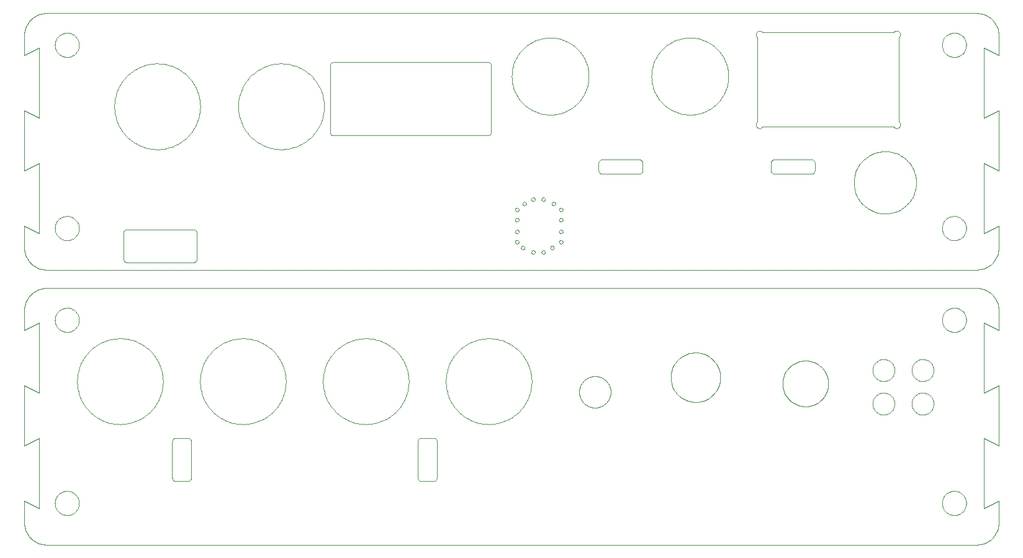
<source format=gko>
G75*
%MOIN*%
%OFA0B0*%
%FSLAX24Y24*%
%IPPOS*%
%LPD*%
%AMOC8*
5,1,8,0,0,1.08239X$1,22.5*
%
%ADD10C,0.0000*%
D10*
X002237Y001331D02*
X052197Y001331D01*
X052263Y001333D01*
X052329Y001338D01*
X052395Y001348D01*
X052460Y001361D01*
X052524Y001377D01*
X052587Y001397D01*
X052649Y001421D01*
X052709Y001448D01*
X052768Y001478D01*
X052825Y001512D01*
X052880Y001549D01*
X052933Y001589D01*
X052984Y001631D01*
X053032Y001677D01*
X053078Y001725D01*
X053120Y001776D01*
X053160Y001829D01*
X053197Y001884D01*
X053231Y001941D01*
X053261Y002000D01*
X053288Y002060D01*
X053312Y002122D01*
X053332Y002185D01*
X053348Y002249D01*
X053361Y002314D01*
X053371Y002380D01*
X053376Y002446D01*
X053378Y002512D01*
X053378Y003693D01*
X052591Y003300D01*
X052591Y007040D01*
X053378Y006646D01*
X053378Y009894D01*
X052591Y009500D01*
X052591Y013241D01*
X053378Y012847D01*
X053378Y013930D01*
X053376Y013996D01*
X053371Y014062D01*
X053361Y014128D01*
X053348Y014193D01*
X053332Y014257D01*
X053312Y014320D01*
X053288Y014382D01*
X053261Y014442D01*
X053231Y014501D01*
X053197Y014558D01*
X053160Y014613D01*
X053120Y014666D01*
X053078Y014717D01*
X053032Y014765D01*
X052984Y014811D01*
X052933Y014853D01*
X052880Y014893D01*
X052825Y014930D01*
X052768Y014964D01*
X052709Y014994D01*
X052649Y015021D01*
X052587Y015045D01*
X052524Y015065D01*
X052460Y015081D01*
X052395Y015094D01*
X052329Y015104D01*
X052263Y015109D01*
X052197Y015111D01*
X002237Y015111D01*
X002237Y016095D02*
X052197Y016095D01*
X052263Y016097D01*
X052329Y016102D01*
X052395Y016112D01*
X052460Y016125D01*
X052524Y016141D01*
X052587Y016161D01*
X052649Y016185D01*
X052709Y016212D01*
X052768Y016242D01*
X052825Y016276D01*
X052880Y016313D01*
X052933Y016353D01*
X052984Y016395D01*
X053032Y016441D01*
X053078Y016489D01*
X053120Y016540D01*
X053160Y016593D01*
X053197Y016648D01*
X053231Y016705D01*
X053261Y016764D01*
X053288Y016824D01*
X053312Y016886D01*
X053332Y016949D01*
X053348Y017013D01*
X053361Y017078D01*
X053371Y017144D01*
X053376Y017210D01*
X053378Y017276D01*
X053378Y018457D01*
X052591Y018063D01*
X052591Y021804D01*
X053378Y021410D01*
X053378Y024658D01*
X052591Y024264D01*
X052591Y028004D01*
X053378Y027611D01*
X053378Y028693D01*
X053376Y028759D01*
X053371Y028825D01*
X053361Y028891D01*
X053348Y028956D01*
X053332Y029020D01*
X053312Y029083D01*
X053288Y029145D01*
X053261Y029205D01*
X053231Y029264D01*
X053197Y029321D01*
X053160Y029376D01*
X053120Y029429D01*
X053078Y029480D01*
X053032Y029528D01*
X052984Y029574D01*
X052933Y029616D01*
X052880Y029656D01*
X052825Y029693D01*
X052768Y029727D01*
X052709Y029757D01*
X052649Y029784D01*
X052587Y029808D01*
X052524Y029828D01*
X052460Y029844D01*
X052395Y029857D01*
X052329Y029867D01*
X052263Y029872D01*
X052197Y029874D01*
X002237Y029874D01*
X002171Y029872D01*
X002105Y029867D01*
X002039Y029857D01*
X001974Y029844D01*
X001910Y029828D01*
X001847Y029808D01*
X001785Y029784D01*
X001725Y029757D01*
X001666Y029727D01*
X001609Y029693D01*
X001554Y029656D01*
X001501Y029616D01*
X001450Y029574D01*
X001402Y029528D01*
X001356Y029480D01*
X001314Y029429D01*
X001274Y029376D01*
X001237Y029321D01*
X001203Y029264D01*
X001173Y029205D01*
X001146Y029145D01*
X001122Y029083D01*
X001102Y029020D01*
X001086Y028956D01*
X001073Y028891D01*
X001063Y028825D01*
X001058Y028759D01*
X001056Y028693D01*
X001056Y027611D01*
X001843Y028004D01*
X001843Y024264D01*
X001056Y024658D01*
X001056Y021410D01*
X001843Y021804D01*
X001843Y018063D01*
X001056Y018457D01*
X001056Y017276D01*
X001058Y017210D01*
X001063Y017144D01*
X001073Y017078D01*
X001086Y017013D01*
X001102Y016949D01*
X001122Y016886D01*
X001146Y016824D01*
X001173Y016764D01*
X001203Y016705D01*
X001237Y016648D01*
X001274Y016593D01*
X001314Y016540D01*
X001356Y016489D01*
X001402Y016441D01*
X001450Y016395D01*
X001501Y016353D01*
X001554Y016313D01*
X001609Y016276D01*
X001666Y016242D01*
X001725Y016212D01*
X001785Y016185D01*
X001847Y016161D01*
X001910Y016141D01*
X001974Y016125D01*
X002039Y016112D01*
X002105Y016102D01*
X002171Y016097D01*
X002237Y016095D01*
X002237Y015111D02*
X002171Y015109D01*
X002105Y015104D01*
X002039Y015094D01*
X001974Y015081D01*
X001910Y015065D01*
X001847Y015045D01*
X001785Y015021D01*
X001725Y014994D01*
X001666Y014964D01*
X001609Y014930D01*
X001554Y014893D01*
X001501Y014853D01*
X001450Y014811D01*
X001402Y014765D01*
X001356Y014717D01*
X001314Y014666D01*
X001274Y014613D01*
X001237Y014558D01*
X001203Y014501D01*
X001173Y014442D01*
X001146Y014382D01*
X001122Y014320D01*
X001102Y014257D01*
X001086Y014193D01*
X001073Y014128D01*
X001063Y014062D01*
X001058Y013996D01*
X001056Y013930D01*
X001056Y012847D01*
X001843Y013241D01*
X001843Y009500D01*
X001056Y009894D01*
X001056Y006646D01*
X001843Y007040D01*
X001843Y003300D01*
X001056Y003693D01*
X001056Y002512D01*
X001058Y002446D01*
X001063Y002380D01*
X001073Y002314D01*
X001086Y002249D01*
X001102Y002185D01*
X001122Y002122D01*
X001146Y002060D01*
X001173Y002000D01*
X001203Y001941D01*
X001237Y001884D01*
X001274Y001829D01*
X001314Y001776D01*
X001356Y001725D01*
X001402Y001677D01*
X001450Y001631D01*
X001501Y001589D01*
X001554Y001549D01*
X001609Y001512D01*
X001666Y001478D01*
X001725Y001448D01*
X001785Y001421D01*
X001847Y001397D01*
X001910Y001377D01*
X001974Y001361D01*
X002039Y001348D01*
X002105Y001338D01*
X002171Y001333D01*
X002237Y001331D01*
X002697Y003563D02*
X002699Y003613D01*
X002705Y003663D01*
X002715Y003713D01*
X002728Y003761D01*
X002745Y003809D01*
X002766Y003855D01*
X002790Y003899D01*
X002818Y003941D01*
X002849Y003981D01*
X002883Y004018D01*
X002920Y004053D01*
X002959Y004084D01*
X003000Y004113D01*
X003044Y004138D01*
X003090Y004160D01*
X003137Y004178D01*
X003185Y004192D01*
X003234Y004203D01*
X003284Y004210D01*
X003334Y004213D01*
X003385Y004212D01*
X003435Y004207D01*
X003485Y004198D01*
X003533Y004186D01*
X003581Y004169D01*
X003627Y004149D01*
X003672Y004126D01*
X003715Y004099D01*
X003755Y004069D01*
X003793Y004036D01*
X003828Y004000D01*
X003861Y003961D01*
X003890Y003920D01*
X003916Y003877D01*
X003939Y003832D01*
X003958Y003785D01*
X003973Y003737D01*
X003985Y003688D01*
X003993Y003638D01*
X003997Y003588D01*
X003997Y003538D01*
X003993Y003488D01*
X003985Y003438D01*
X003973Y003389D01*
X003958Y003341D01*
X003939Y003294D01*
X003916Y003249D01*
X003890Y003206D01*
X003861Y003165D01*
X003828Y003126D01*
X003793Y003090D01*
X003755Y003057D01*
X003715Y003027D01*
X003672Y003000D01*
X003627Y002977D01*
X003581Y002957D01*
X003533Y002940D01*
X003485Y002928D01*
X003435Y002919D01*
X003385Y002914D01*
X003334Y002913D01*
X003284Y002916D01*
X003234Y002923D01*
X003185Y002934D01*
X003137Y002948D01*
X003090Y002966D01*
X003044Y002988D01*
X003000Y003013D01*
X002959Y003042D01*
X002920Y003073D01*
X002883Y003108D01*
X002849Y003145D01*
X002818Y003185D01*
X002790Y003227D01*
X002766Y003271D01*
X002745Y003317D01*
X002728Y003365D01*
X002715Y003413D01*
X002705Y003463D01*
X002699Y003513D01*
X002697Y003563D01*
X008996Y004933D02*
X008996Y006863D01*
X008998Y006889D01*
X009003Y006914D01*
X009011Y006938D01*
X009022Y006962D01*
X009037Y006983D01*
X009054Y007002D01*
X009073Y007019D01*
X009095Y007034D01*
X009118Y007045D01*
X009142Y007053D01*
X009167Y007058D01*
X009193Y007060D01*
X009193Y007059D02*
X009823Y007059D01*
X009823Y007060D02*
X009849Y007058D01*
X009874Y007053D01*
X009898Y007045D01*
X009922Y007034D01*
X009943Y007019D01*
X009962Y007002D01*
X009979Y006983D01*
X009994Y006962D01*
X010005Y006938D01*
X010013Y006914D01*
X010018Y006889D01*
X010020Y006863D01*
X010020Y004933D01*
X010018Y004907D01*
X010013Y004882D01*
X010005Y004858D01*
X009994Y004835D01*
X009979Y004813D01*
X009962Y004794D01*
X009943Y004777D01*
X009922Y004762D01*
X009898Y004751D01*
X009874Y004743D01*
X009849Y004738D01*
X009823Y004736D01*
X009823Y004737D02*
X009193Y004737D01*
X009193Y004736D02*
X009167Y004738D01*
X009142Y004743D01*
X009118Y004751D01*
X009095Y004762D01*
X009073Y004777D01*
X009054Y004794D01*
X009037Y004813D01*
X009022Y004835D01*
X009011Y004858D01*
X009003Y004882D01*
X008998Y004907D01*
X008996Y004933D01*
X003894Y010103D02*
X003896Y010199D01*
X003902Y010294D01*
X003912Y010390D01*
X003926Y010485D01*
X003944Y010579D01*
X003965Y010672D01*
X003991Y010764D01*
X004020Y010856D01*
X004054Y010945D01*
X004091Y011034D01*
X004131Y011121D01*
X004175Y011206D01*
X004223Y011289D01*
X004274Y011370D01*
X004328Y011449D01*
X004386Y011525D01*
X004447Y011600D01*
X004510Y011671D01*
X004577Y011740D01*
X004647Y011806D01*
X004719Y011869D01*
X004793Y011929D01*
X004871Y011986D01*
X004950Y012039D01*
X005032Y012089D01*
X005115Y012136D01*
X005201Y012179D01*
X005288Y012219D01*
X005377Y012255D01*
X005467Y012287D01*
X005559Y012316D01*
X005651Y012340D01*
X005745Y012361D01*
X005839Y012378D01*
X005934Y012391D01*
X006029Y012400D01*
X006125Y012405D01*
X006221Y012406D01*
X006317Y012403D01*
X006412Y012396D01*
X006507Y012385D01*
X006602Y012370D01*
X006696Y012351D01*
X006789Y012329D01*
X006881Y012302D01*
X006972Y012272D01*
X007062Y012238D01*
X007150Y012200D01*
X007236Y012158D01*
X007321Y012113D01*
X007403Y012065D01*
X007484Y012013D01*
X007562Y011958D01*
X007638Y011899D01*
X007712Y011838D01*
X007783Y011773D01*
X007851Y011706D01*
X007916Y011636D01*
X007978Y011563D01*
X008037Y011487D01*
X008093Y011410D01*
X008146Y011330D01*
X008195Y011248D01*
X008241Y011163D01*
X008284Y011077D01*
X008322Y010990D01*
X008357Y010901D01*
X008389Y010810D01*
X008416Y010718D01*
X008440Y010625D01*
X008460Y010532D01*
X008476Y010437D01*
X008488Y010342D01*
X008496Y010247D01*
X008500Y010151D01*
X008500Y010055D01*
X008496Y009959D01*
X008488Y009864D01*
X008476Y009769D01*
X008460Y009674D01*
X008440Y009581D01*
X008416Y009488D01*
X008389Y009396D01*
X008357Y009305D01*
X008322Y009216D01*
X008284Y009129D01*
X008241Y009043D01*
X008195Y008958D01*
X008146Y008876D01*
X008093Y008796D01*
X008037Y008719D01*
X007978Y008643D01*
X007916Y008570D01*
X007851Y008500D01*
X007783Y008433D01*
X007712Y008368D01*
X007638Y008307D01*
X007562Y008248D01*
X007484Y008193D01*
X007403Y008141D01*
X007321Y008093D01*
X007236Y008048D01*
X007150Y008006D01*
X007062Y007968D01*
X006972Y007934D01*
X006881Y007904D01*
X006789Y007877D01*
X006696Y007855D01*
X006602Y007836D01*
X006507Y007821D01*
X006412Y007810D01*
X006317Y007803D01*
X006221Y007800D01*
X006125Y007801D01*
X006029Y007806D01*
X005934Y007815D01*
X005839Y007828D01*
X005745Y007845D01*
X005651Y007866D01*
X005559Y007890D01*
X005467Y007919D01*
X005377Y007951D01*
X005288Y007987D01*
X005201Y008027D01*
X005115Y008070D01*
X005032Y008117D01*
X004950Y008167D01*
X004871Y008220D01*
X004793Y008277D01*
X004719Y008337D01*
X004647Y008400D01*
X004577Y008466D01*
X004510Y008535D01*
X004447Y008606D01*
X004386Y008681D01*
X004328Y008757D01*
X004274Y008836D01*
X004223Y008917D01*
X004175Y009000D01*
X004131Y009085D01*
X004091Y009172D01*
X004054Y009261D01*
X004020Y009350D01*
X003991Y009442D01*
X003965Y009534D01*
X003944Y009627D01*
X003926Y009721D01*
X003912Y009816D01*
X003902Y009912D01*
X003896Y010007D01*
X003894Y010103D01*
X002697Y013402D02*
X002699Y013452D01*
X002705Y013502D01*
X002715Y013552D01*
X002728Y013600D01*
X002745Y013648D01*
X002766Y013694D01*
X002790Y013738D01*
X002818Y013780D01*
X002849Y013820D01*
X002883Y013857D01*
X002920Y013892D01*
X002959Y013923D01*
X003000Y013952D01*
X003044Y013977D01*
X003090Y013999D01*
X003137Y014017D01*
X003185Y014031D01*
X003234Y014042D01*
X003284Y014049D01*
X003334Y014052D01*
X003385Y014051D01*
X003435Y014046D01*
X003485Y014037D01*
X003533Y014025D01*
X003581Y014008D01*
X003627Y013988D01*
X003672Y013965D01*
X003715Y013938D01*
X003755Y013908D01*
X003793Y013875D01*
X003828Y013839D01*
X003861Y013800D01*
X003890Y013759D01*
X003916Y013716D01*
X003939Y013671D01*
X003958Y013624D01*
X003973Y013576D01*
X003985Y013527D01*
X003993Y013477D01*
X003997Y013427D01*
X003997Y013377D01*
X003993Y013327D01*
X003985Y013277D01*
X003973Y013228D01*
X003958Y013180D01*
X003939Y013133D01*
X003916Y013088D01*
X003890Y013045D01*
X003861Y013004D01*
X003828Y012965D01*
X003793Y012929D01*
X003755Y012896D01*
X003715Y012866D01*
X003672Y012839D01*
X003627Y012816D01*
X003581Y012796D01*
X003533Y012779D01*
X003485Y012767D01*
X003435Y012758D01*
X003385Y012753D01*
X003334Y012752D01*
X003284Y012755D01*
X003234Y012762D01*
X003185Y012773D01*
X003137Y012787D01*
X003090Y012805D01*
X003044Y012827D01*
X003000Y012852D01*
X002959Y012881D01*
X002920Y012912D01*
X002883Y012947D01*
X002849Y012984D01*
X002818Y013024D01*
X002790Y013066D01*
X002766Y013110D01*
X002745Y013156D01*
X002728Y013204D01*
X002715Y013252D01*
X002705Y013302D01*
X002699Y013352D01*
X002697Y013402D01*
X006575Y016489D02*
X010119Y016489D01*
X010119Y016488D02*
X010145Y016490D01*
X010170Y016495D01*
X010194Y016503D01*
X010218Y016514D01*
X010239Y016529D01*
X010258Y016546D01*
X010275Y016565D01*
X010290Y016587D01*
X010301Y016610D01*
X010309Y016634D01*
X010314Y016659D01*
X010316Y016685D01*
X010315Y016685D02*
X010315Y018063D01*
X010316Y018063D02*
X010314Y018089D01*
X010309Y018114D01*
X010301Y018138D01*
X010290Y018162D01*
X010275Y018183D01*
X010258Y018202D01*
X010239Y018219D01*
X010218Y018234D01*
X010194Y018245D01*
X010170Y018253D01*
X010145Y018258D01*
X010119Y018260D01*
X006575Y018260D01*
X006549Y018258D01*
X006524Y018253D01*
X006500Y018245D01*
X006477Y018234D01*
X006455Y018219D01*
X006436Y018202D01*
X006419Y018183D01*
X006404Y018162D01*
X006393Y018138D01*
X006385Y018114D01*
X006380Y018089D01*
X006378Y018063D01*
X006378Y016685D01*
X006380Y016659D01*
X006385Y016634D01*
X006393Y016610D01*
X006404Y016587D01*
X006419Y016565D01*
X006436Y016546D01*
X006455Y016529D01*
X006477Y016514D01*
X006500Y016503D01*
X006524Y016495D01*
X006549Y016490D01*
X006575Y016488D01*
X002697Y018327D02*
X002699Y018377D01*
X002705Y018427D01*
X002715Y018477D01*
X002728Y018525D01*
X002745Y018573D01*
X002766Y018619D01*
X002790Y018663D01*
X002818Y018705D01*
X002849Y018745D01*
X002883Y018782D01*
X002920Y018817D01*
X002959Y018848D01*
X003000Y018877D01*
X003044Y018902D01*
X003090Y018924D01*
X003137Y018942D01*
X003185Y018956D01*
X003234Y018967D01*
X003284Y018974D01*
X003334Y018977D01*
X003385Y018976D01*
X003435Y018971D01*
X003485Y018962D01*
X003533Y018950D01*
X003581Y018933D01*
X003627Y018913D01*
X003672Y018890D01*
X003715Y018863D01*
X003755Y018833D01*
X003793Y018800D01*
X003828Y018764D01*
X003861Y018725D01*
X003890Y018684D01*
X003916Y018641D01*
X003939Y018596D01*
X003958Y018549D01*
X003973Y018501D01*
X003985Y018452D01*
X003993Y018402D01*
X003997Y018352D01*
X003997Y018302D01*
X003993Y018252D01*
X003985Y018202D01*
X003973Y018153D01*
X003958Y018105D01*
X003939Y018058D01*
X003916Y018013D01*
X003890Y017970D01*
X003861Y017929D01*
X003828Y017890D01*
X003793Y017854D01*
X003755Y017821D01*
X003715Y017791D01*
X003672Y017764D01*
X003627Y017741D01*
X003581Y017721D01*
X003533Y017704D01*
X003485Y017692D01*
X003435Y017683D01*
X003385Y017678D01*
X003334Y017677D01*
X003284Y017680D01*
X003234Y017687D01*
X003185Y017698D01*
X003137Y017712D01*
X003090Y017730D01*
X003044Y017752D01*
X003000Y017777D01*
X002959Y017806D01*
X002920Y017837D01*
X002883Y017872D01*
X002849Y017909D01*
X002818Y017949D01*
X002790Y017991D01*
X002766Y018035D01*
X002745Y018081D01*
X002728Y018129D01*
X002715Y018177D01*
X002705Y018227D01*
X002699Y018277D01*
X002697Y018327D01*
X005894Y024867D02*
X005896Y024963D01*
X005902Y025058D01*
X005912Y025154D01*
X005926Y025249D01*
X005944Y025343D01*
X005965Y025436D01*
X005991Y025528D01*
X006020Y025620D01*
X006054Y025709D01*
X006091Y025798D01*
X006131Y025885D01*
X006175Y025970D01*
X006223Y026053D01*
X006274Y026134D01*
X006328Y026213D01*
X006386Y026289D01*
X006447Y026364D01*
X006510Y026435D01*
X006577Y026504D01*
X006647Y026570D01*
X006719Y026633D01*
X006793Y026693D01*
X006871Y026750D01*
X006950Y026803D01*
X007032Y026853D01*
X007115Y026900D01*
X007201Y026943D01*
X007288Y026983D01*
X007377Y027019D01*
X007467Y027051D01*
X007559Y027080D01*
X007651Y027104D01*
X007745Y027125D01*
X007839Y027142D01*
X007934Y027155D01*
X008029Y027164D01*
X008125Y027169D01*
X008221Y027170D01*
X008317Y027167D01*
X008412Y027160D01*
X008507Y027149D01*
X008602Y027134D01*
X008696Y027115D01*
X008789Y027093D01*
X008881Y027066D01*
X008972Y027036D01*
X009062Y027002D01*
X009150Y026964D01*
X009236Y026922D01*
X009321Y026877D01*
X009403Y026829D01*
X009484Y026777D01*
X009562Y026722D01*
X009638Y026663D01*
X009712Y026602D01*
X009783Y026537D01*
X009851Y026470D01*
X009916Y026400D01*
X009978Y026327D01*
X010037Y026251D01*
X010093Y026174D01*
X010146Y026094D01*
X010195Y026012D01*
X010241Y025927D01*
X010284Y025841D01*
X010322Y025754D01*
X010357Y025665D01*
X010389Y025574D01*
X010416Y025482D01*
X010440Y025389D01*
X010460Y025296D01*
X010476Y025201D01*
X010488Y025106D01*
X010496Y025011D01*
X010500Y024915D01*
X010500Y024819D01*
X010496Y024723D01*
X010488Y024628D01*
X010476Y024533D01*
X010460Y024438D01*
X010440Y024345D01*
X010416Y024252D01*
X010389Y024160D01*
X010357Y024069D01*
X010322Y023980D01*
X010284Y023893D01*
X010241Y023807D01*
X010195Y023722D01*
X010146Y023640D01*
X010093Y023560D01*
X010037Y023483D01*
X009978Y023407D01*
X009916Y023334D01*
X009851Y023264D01*
X009783Y023197D01*
X009712Y023132D01*
X009638Y023071D01*
X009562Y023012D01*
X009484Y022957D01*
X009403Y022905D01*
X009321Y022857D01*
X009236Y022812D01*
X009150Y022770D01*
X009062Y022732D01*
X008972Y022698D01*
X008881Y022668D01*
X008789Y022641D01*
X008696Y022619D01*
X008602Y022600D01*
X008507Y022585D01*
X008412Y022574D01*
X008317Y022567D01*
X008221Y022564D01*
X008125Y022565D01*
X008029Y022570D01*
X007934Y022579D01*
X007839Y022592D01*
X007745Y022609D01*
X007651Y022630D01*
X007559Y022654D01*
X007467Y022683D01*
X007377Y022715D01*
X007288Y022751D01*
X007201Y022791D01*
X007115Y022834D01*
X007032Y022881D01*
X006950Y022931D01*
X006871Y022984D01*
X006793Y023041D01*
X006719Y023101D01*
X006647Y023164D01*
X006577Y023230D01*
X006510Y023299D01*
X006447Y023370D01*
X006386Y023445D01*
X006328Y023521D01*
X006274Y023600D01*
X006223Y023681D01*
X006175Y023764D01*
X006131Y023849D01*
X006091Y023936D01*
X006054Y024025D01*
X006020Y024114D01*
X005991Y024206D01*
X005965Y024298D01*
X005944Y024391D01*
X005926Y024485D01*
X005912Y024580D01*
X005902Y024676D01*
X005896Y024771D01*
X005894Y024867D01*
X002697Y028166D02*
X002699Y028216D01*
X002705Y028266D01*
X002715Y028316D01*
X002728Y028364D01*
X002745Y028412D01*
X002766Y028458D01*
X002790Y028502D01*
X002818Y028544D01*
X002849Y028584D01*
X002883Y028621D01*
X002920Y028656D01*
X002959Y028687D01*
X003000Y028716D01*
X003044Y028741D01*
X003090Y028763D01*
X003137Y028781D01*
X003185Y028795D01*
X003234Y028806D01*
X003284Y028813D01*
X003334Y028816D01*
X003385Y028815D01*
X003435Y028810D01*
X003485Y028801D01*
X003533Y028789D01*
X003581Y028772D01*
X003627Y028752D01*
X003672Y028729D01*
X003715Y028702D01*
X003755Y028672D01*
X003793Y028639D01*
X003828Y028603D01*
X003861Y028564D01*
X003890Y028523D01*
X003916Y028480D01*
X003939Y028435D01*
X003958Y028388D01*
X003973Y028340D01*
X003985Y028291D01*
X003993Y028241D01*
X003997Y028191D01*
X003997Y028141D01*
X003993Y028091D01*
X003985Y028041D01*
X003973Y027992D01*
X003958Y027944D01*
X003939Y027897D01*
X003916Y027852D01*
X003890Y027809D01*
X003861Y027768D01*
X003828Y027729D01*
X003793Y027693D01*
X003755Y027660D01*
X003715Y027630D01*
X003672Y027603D01*
X003627Y027580D01*
X003581Y027560D01*
X003533Y027543D01*
X003485Y027531D01*
X003435Y027522D01*
X003385Y027517D01*
X003334Y027516D01*
X003284Y027519D01*
X003234Y027526D01*
X003185Y027537D01*
X003137Y027551D01*
X003090Y027569D01*
X003044Y027591D01*
X003000Y027616D01*
X002959Y027645D01*
X002920Y027676D01*
X002883Y027711D01*
X002849Y027748D01*
X002818Y027788D01*
X002790Y027830D01*
X002766Y027874D01*
X002745Y027920D01*
X002728Y027968D01*
X002715Y028016D01*
X002705Y028066D01*
X002699Y028116D01*
X002697Y028166D01*
X012544Y024867D02*
X012546Y024963D01*
X012552Y025058D01*
X012562Y025154D01*
X012576Y025249D01*
X012594Y025343D01*
X012615Y025436D01*
X012641Y025528D01*
X012670Y025620D01*
X012704Y025709D01*
X012741Y025798D01*
X012781Y025885D01*
X012825Y025970D01*
X012873Y026053D01*
X012924Y026134D01*
X012978Y026213D01*
X013036Y026289D01*
X013097Y026364D01*
X013160Y026435D01*
X013227Y026504D01*
X013297Y026570D01*
X013369Y026633D01*
X013443Y026693D01*
X013521Y026750D01*
X013600Y026803D01*
X013682Y026853D01*
X013765Y026900D01*
X013851Y026943D01*
X013938Y026983D01*
X014027Y027019D01*
X014117Y027051D01*
X014209Y027080D01*
X014301Y027104D01*
X014395Y027125D01*
X014489Y027142D01*
X014584Y027155D01*
X014679Y027164D01*
X014775Y027169D01*
X014871Y027170D01*
X014967Y027167D01*
X015062Y027160D01*
X015157Y027149D01*
X015252Y027134D01*
X015346Y027115D01*
X015439Y027093D01*
X015531Y027066D01*
X015622Y027036D01*
X015712Y027002D01*
X015800Y026964D01*
X015886Y026922D01*
X015971Y026877D01*
X016053Y026829D01*
X016134Y026777D01*
X016212Y026722D01*
X016288Y026663D01*
X016362Y026602D01*
X016433Y026537D01*
X016501Y026470D01*
X016566Y026400D01*
X016628Y026327D01*
X016687Y026251D01*
X016743Y026174D01*
X016796Y026094D01*
X016845Y026012D01*
X016891Y025927D01*
X016934Y025841D01*
X016972Y025754D01*
X017007Y025665D01*
X017039Y025574D01*
X017066Y025482D01*
X017090Y025389D01*
X017110Y025296D01*
X017126Y025201D01*
X017138Y025106D01*
X017146Y025011D01*
X017150Y024915D01*
X017150Y024819D01*
X017146Y024723D01*
X017138Y024628D01*
X017126Y024533D01*
X017110Y024438D01*
X017090Y024345D01*
X017066Y024252D01*
X017039Y024160D01*
X017007Y024069D01*
X016972Y023980D01*
X016934Y023893D01*
X016891Y023807D01*
X016845Y023722D01*
X016796Y023640D01*
X016743Y023560D01*
X016687Y023483D01*
X016628Y023407D01*
X016566Y023334D01*
X016501Y023264D01*
X016433Y023197D01*
X016362Y023132D01*
X016288Y023071D01*
X016212Y023012D01*
X016134Y022957D01*
X016053Y022905D01*
X015971Y022857D01*
X015886Y022812D01*
X015800Y022770D01*
X015712Y022732D01*
X015622Y022698D01*
X015531Y022668D01*
X015439Y022641D01*
X015346Y022619D01*
X015252Y022600D01*
X015157Y022585D01*
X015062Y022574D01*
X014967Y022567D01*
X014871Y022564D01*
X014775Y022565D01*
X014679Y022570D01*
X014584Y022579D01*
X014489Y022592D01*
X014395Y022609D01*
X014301Y022630D01*
X014209Y022654D01*
X014117Y022683D01*
X014027Y022715D01*
X013938Y022751D01*
X013851Y022791D01*
X013765Y022834D01*
X013682Y022881D01*
X013600Y022931D01*
X013521Y022984D01*
X013443Y023041D01*
X013369Y023101D01*
X013297Y023164D01*
X013227Y023230D01*
X013160Y023299D01*
X013097Y023370D01*
X013036Y023445D01*
X012978Y023521D01*
X012924Y023600D01*
X012873Y023681D01*
X012825Y023764D01*
X012781Y023849D01*
X012741Y023936D01*
X012704Y024025D01*
X012670Y024114D01*
X012641Y024206D01*
X012615Y024298D01*
X012594Y024391D01*
X012576Y024485D01*
X012562Y024580D01*
X012552Y024676D01*
X012546Y024771D01*
X012544Y024867D01*
X017465Y023504D02*
X017465Y027048D01*
X017467Y027074D01*
X017472Y027099D01*
X017480Y027123D01*
X017491Y027147D01*
X017506Y027168D01*
X017523Y027187D01*
X017542Y027204D01*
X017564Y027219D01*
X017587Y027230D01*
X017611Y027238D01*
X017636Y027243D01*
X017662Y027245D01*
X017662Y027244D02*
X025930Y027244D01*
X025930Y027245D02*
X025956Y027243D01*
X025981Y027238D01*
X026005Y027230D01*
X026029Y027219D01*
X026050Y027204D01*
X026069Y027187D01*
X026086Y027168D01*
X026101Y027147D01*
X026112Y027123D01*
X026120Y027099D01*
X026125Y027074D01*
X026127Y027048D01*
X026126Y027048D02*
X026126Y023504D01*
X026127Y023504D02*
X026125Y023478D01*
X026120Y023453D01*
X026112Y023429D01*
X026101Y023406D01*
X026086Y023384D01*
X026069Y023365D01*
X026050Y023348D01*
X026029Y023333D01*
X026005Y023322D01*
X025981Y023314D01*
X025956Y023309D01*
X025930Y023307D01*
X017662Y023307D01*
X017636Y023309D01*
X017611Y023314D01*
X017587Y023322D01*
X017564Y023333D01*
X017542Y023348D01*
X017523Y023365D01*
X017506Y023384D01*
X017491Y023406D01*
X017480Y023429D01*
X017472Y023453D01*
X017467Y023478D01*
X017465Y023504D01*
X027410Y019325D02*
X027412Y019344D01*
X027417Y019363D01*
X027427Y019379D01*
X027439Y019394D01*
X027454Y019406D01*
X027470Y019416D01*
X027489Y019421D01*
X027508Y019423D01*
X027527Y019421D01*
X027546Y019416D01*
X027562Y019406D01*
X027577Y019394D01*
X027589Y019379D01*
X027599Y019363D01*
X027604Y019344D01*
X027606Y019325D01*
X027604Y019306D01*
X027599Y019287D01*
X027589Y019271D01*
X027577Y019256D01*
X027562Y019244D01*
X027546Y019234D01*
X027527Y019229D01*
X027508Y019227D01*
X027489Y019229D01*
X027470Y019234D01*
X027454Y019244D01*
X027439Y019256D01*
X027427Y019271D01*
X027417Y019287D01*
X027412Y019306D01*
X027410Y019325D01*
X027804Y019640D02*
X027806Y019659D01*
X027811Y019678D01*
X027821Y019694D01*
X027833Y019709D01*
X027848Y019721D01*
X027864Y019731D01*
X027883Y019736D01*
X027902Y019738D01*
X027921Y019736D01*
X027940Y019731D01*
X027956Y019721D01*
X027971Y019709D01*
X027983Y019694D01*
X027993Y019678D01*
X027998Y019659D01*
X028000Y019640D01*
X027998Y019621D01*
X027993Y019602D01*
X027983Y019586D01*
X027971Y019571D01*
X027956Y019559D01*
X027940Y019549D01*
X027921Y019544D01*
X027902Y019542D01*
X027883Y019544D01*
X027864Y019549D01*
X027848Y019559D01*
X027833Y019571D01*
X027821Y019586D01*
X027811Y019602D01*
X027806Y019621D01*
X027804Y019640D01*
X028277Y019877D02*
X028279Y019896D01*
X028284Y019915D01*
X028294Y019931D01*
X028306Y019946D01*
X028321Y019958D01*
X028337Y019968D01*
X028356Y019973D01*
X028375Y019975D01*
X028394Y019973D01*
X028413Y019968D01*
X028429Y019958D01*
X028444Y019946D01*
X028456Y019931D01*
X028466Y019915D01*
X028471Y019896D01*
X028473Y019877D01*
X028471Y019858D01*
X028466Y019839D01*
X028456Y019823D01*
X028444Y019808D01*
X028429Y019796D01*
X028413Y019786D01*
X028394Y019781D01*
X028375Y019779D01*
X028356Y019781D01*
X028337Y019786D01*
X028321Y019796D01*
X028306Y019808D01*
X028294Y019823D01*
X028284Y019839D01*
X028279Y019858D01*
X028277Y019877D01*
X028828Y019877D02*
X028830Y019896D01*
X028835Y019915D01*
X028845Y019931D01*
X028857Y019946D01*
X028872Y019958D01*
X028888Y019968D01*
X028907Y019973D01*
X028926Y019975D01*
X028945Y019973D01*
X028964Y019968D01*
X028980Y019958D01*
X028995Y019946D01*
X029007Y019931D01*
X029017Y019915D01*
X029022Y019896D01*
X029024Y019877D01*
X029022Y019858D01*
X029017Y019839D01*
X029007Y019823D01*
X028995Y019808D01*
X028980Y019796D01*
X028964Y019786D01*
X028945Y019781D01*
X028926Y019779D01*
X028907Y019781D01*
X028888Y019786D01*
X028872Y019796D01*
X028857Y019808D01*
X028845Y019823D01*
X028835Y019839D01*
X028830Y019858D01*
X028828Y019877D01*
X029379Y019640D02*
X029381Y019659D01*
X029386Y019678D01*
X029396Y019694D01*
X029408Y019709D01*
X029423Y019721D01*
X029439Y019731D01*
X029458Y019736D01*
X029477Y019738D01*
X029496Y019736D01*
X029515Y019731D01*
X029531Y019721D01*
X029546Y019709D01*
X029558Y019694D01*
X029568Y019678D01*
X029573Y019659D01*
X029575Y019640D01*
X029573Y019621D01*
X029568Y019602D01*
X029558Y019586D01*
X029546Y019571D01*
X029531Y019559D01*
X029515Y019549D01*
X029496Y019544D01*
X029477Y019542D01*
X029458Y019544D01*
X029439Y019549D01*
X029423Y019559D01*
X029408Y019571D01*
X029396Y019586D01*
X029386Y019602D01*
X029381Y019621D01*
X029379Y019640D01*
X029773Y019325D02*
X029775Y019344D01*
X029780Y019363D01*
X029790Y019379D01*
X029802Y019394D01*
X029817Y019406D01*
X029833Y019416D01*
X029852Y019421D01*
X029871Y019423D01*
X029890Y019421D01*
X029909Y019416D01*
X029925Y019406D01*
X029940Y019394D01*
X029952Y019379D01*
X029962Y019363D01*
X029967Y019344D01*
X029969Y019325D01*
X029967Y019306D01*
X029962Y019287D01*
X029952Y019271D01*
X029940Y019256D01*
X029925Y019244D01*
X029909Y019234D01*
X029890Y019229D01*
X029871Y019227D01*
X029852Y019229D01*
X029833Y019234D01*
X029817Y019244D01*
X029802Y019256D01*
X029790Y019271D01*
X029780Y019287D01*
X029775Y019306D01*
X029773Y019325D01*
X029773Y018774D02*
X029775Y018793D01*
X029780Y018812D01*
X029790Y018828D01*
X029802Y018843D01*
X029817Y018855D01*
X029833Y018865D01*
X029852Y018870D01*
X029871Y018872D01*
X029890Y018870D01*
X029909Y018865D01*
X029925Y018855D01*
X029940Y018843D01*
X029952Y018828D01*
X029962Y018812D01*
X029967Y018793D01*
X029969Y018774D01*
X029967Y018755D01*
X029962Y018736D01*
X029952Y018720D01*
X029940Y018705D01*
X029925Y018693D01*
X029909Y018683D01*
X029890Y018678D01*
X029871Y018676D01*
X029852Y018678D01*
X029833Y018683D01*
X029817Y018693D01*
X029802Y018705D01*
X029790Y018720D01*
X029780Y018736D01*
X029775Y018755D01*
X029773Y018774D01*
X029773Y018144D02*
X029775Y018163D01*
X029780Y018182D01*
X029790Y018198D01*
X029802Y018213D01*
X029817Y018225D01*
X029833Y018235D01*
X029852Y018240D01*
X029871Y018242D01*
X029890Y018240D01*
X029909Y018235D01*
X029925Y018225D01*
X029940Y018213D01*
X029952Y018198D01*
X029962Y018182D01*
X029967Y018163D01*
X029969Y018144D01*
X029967Y018125D01*
X029962Y018106D01*
X029952Y018090D01*
X029940Y018075D01*
X029925Y018063D01*
X029909Y018053D01*
X029890Y018048D01*
X029871Y018046D01*
X029852Y018048D01*
X029833Y018053D01*
X029817Y018063D01*
X029802Y018075D01*
X029790Y018090D01*
X029780Y018106D01*
X029775Y018125D01*
X029773Y018144D01*
X029773Y017593D02*
X029775Y017612D01*
X029780Y017631D01*
X029790Y017647D01*
X029802Y017662D01*
X029817Y017674D01*
X029833Y017684D01*
X029852Y017689D01*
X029871Y017691D01*
X029890Y017689D01*
X029909Y017684D01*
X029925Y017674D01*
X029940Y017662D01*
X029952Y017647D01*
X029962Y017631D01*
X029967Y017612D01*
X029969Y017593D01*
X029967Y017574D01*
X029962Y017555D01*
X029952Y017539D01*
X029940Y017524D01*
X029925Y017512D01*
X029909Y017502D01*
X029890Y017497D01*
X029871Y017495D01*
X029852Y017497D01*
X029833Y017502D01*
X029817Y017512D01*
X029802Y017524D01*
X029790Y017539D01*
X029780Y017555D01*
X029775Y017574D01*
X029773Y017593D01*
X029300Y017278D02*
X029302Y017297D01*
X029307Y017316D01*
X029317Y017332D01*
X029329Y017347D01*
X029344Y017359D01*
X029360Y017369D01*
X029379Y017374D01*
X029398Y017376D01*
X029417Y017374D01*
X029436Y017369D01*
X029452Y017359D01*
X029467Y017347D01*
X029479Y017332D01*
X029489Y017316D01*
X029494Y017297D01*
X029496Y017278D01*
X029494Y017259D01*
X029489Y017240D01*
X029479Y017224D01*
X029467Y017209D01*
X029452Y017197D01*
X029436Y017187D01*
X029417Y017182D01*
X029398Y017180D01*
X029379Y017182D01*
X029360Y017187D01*
X029344Y017197D01*
X029329Y017209D01*
X029317Y017224D01*
X029307Y017240D01*
X029302Y017259D01*
X029300Y017278D01*
X028828Y017042D02*
X028830Y017061D01*
X028835Y017080D01*
X028845Y017096D01*
X028857Y017111D01*
X028872Y017123D01*
X028888Y017133D01*
X028907Y017138D01*
X028926Y017140D01*
X028945Y017138D01*
X028964Y017133D01*
X028980Y017123D01*
X028995Y017111D01*
X029007Y017096D01*
X029017Y017080D01*
X029022Y017061D01*
X029024Y017042D01*
X029022Y017023D01*
X029017Y017004D01*
X029007Y016988D01*
X028995Y016973D01*
X028980Y016961D01*
X028964Y016951D01*
X028945Y016946D01*
X028926Y016944D01*
X028907Y016946D01*
X028888Y016951D01*
X028872Y016961D01*
X028857Y016973D01*
X028845Y016988D01*
X028835Y017004D01*
X028830Y017023D01*
X028828Y017042D01*
X028277Y017042D02*
X028279Y017061D01*
X028284Y017080D01*
X028294Y017096D01*
X028306Y017111D01*
X028321Y017123D01*
X028337Y017133D01*
X028356Y017138D01*
X028375Y017140D01*
X028394Y017138D01*
X028413Y017133D01*
X028429Y017123D01*
X028444Y017111D01*
X028456Y017096D01*
X028466Y017080D01*
X028471Y017061D01*
X028473Y017042D01*
X028471Y017023D01*
X028466Y017004D01*
X028456Y016988D01*
X028444Y016973D01*
X028429Y016961D01*
X028413Y016951D01*
X028394Y016946D01*
X028375Y016944D01*
X028356Y016946D01*
X028337Y016951D01*
X028321Y016961D01*
X028306Y016973D01*
X028294Y016988D01*
X028284Y017004D01*
X028279Y017023D01*
X028277Y017042D01*
X027725Y017278D02*
X027727Y017297D01*
X027732Y017316D01*
X027742Y017332D01*
X027754Y017347D01*
X027769Y017359D01*
X027785Y017369D01*
X027804Y017374D01*
X027823Y017376D01*
X027842Y017374D01*
X027861Y017369D01*
X027877Y017359D01*
X027892Y017347D01*
X027904Y017332D01*
X027914Y017316D01*
X027919Y017297D01*
X027921Y017278D01*
X027919Y017259D01*
X027914Y017240D01*
X027904Y017224D01*
X027892Y017209D01*
X027877Y017197D01*
X027861Y017187D01*
X027842Y017182D01*
X027823Y017180D01*
X027804Y017182D01*
X027785Y017187D01*
X027769Y017197D01*
X027754Y017209D01*
X027742Y017224D01*
X027732Y017240D01*
X027727Y017259D01*
X027725Y017278D01*
X027410Y017593D02*
X027412Y017612D01*
X027417Y017631D01*
X027427Y017647D01*
X027439Y017662D01*
X027454Y017674D01*
X027470Y017684D01*
X027489Y017689D01*
X027508Y017691D01*
X027527Y017689D01*
X027546Y017684D01*
X027562Y017674D01*
X027577Y017662D01*
X027589Y017647D01*
X027599Y017631D01*
X027604Y017612D01*
X027606Y017593D01*
X027604Y017574D01*
X027599Y017555D01*
X027589Y017539D01*
X027577Y017524D01*
X027562Y017512D01*
X027546Y017502D01*
X027527Y017497D01*
X027508Y017495D01*
X027489Y017497D01*
X027470Y017502D01*
X027454Y017512D01*
X027439Y017524D01*
X027427Y017539D01*
X027417Y017555D01*
X027412Y017574D01*
X027410Y017593D01*
X027410Y018144D02*
X027412Y018163D01*
X027417Y018182D01*
X027427Y018198D01*
X027439Y018213D01*
X027454Y018225D01*
X027470Y018235D01*
X027489Y018240D01*
X027508Y018242D01*
X027527Y018240D01*
X027546Y018235D01*
X027562Y018225D01*
X027577Y018213D01*
X027589Y018198D01*
X027599Y018182D01*
X027604Y018163D01*
X027606Y018144D01*
X027604Y018125D01*
X027599Y018106D01*
X027589Y018090D01*
X027577Y018075D01*
X027562Y018063D01*
X027546Y018053D01*
X027527Y018048D01*
X027508Y018046D01*
X027489Y018048D01*
X027470Y018053D01*
X027454Y018063D01*
X027439Y018075D01*
X027427Y018090D01*
X027417Y018106D01*
X027412Y018125D01*
X027410Y018144D01*
X027410Y018774D02*
X027412Y018793D01*
X027417Y018812D01*
X027427Y018828D01*
X027439Y018843D01*
X027454Y018855D01*
X027470Y018865D01*
X027489Y018870D01*
X027508Y018872D01*
X027527Y018870D01*
X027546Y018865D01*
X027562Y018855D01*
X027577Y018843D01*
X027589Y018828D01*
X027599Y018812D01*
X027604Y018793D01*
X027606Y018774D01*
X027604Y018755D01*
X027599Y018736D01*
X027589Y018720D01*
X027577Y018705D01*
X027562Y018693D01*
X027546Y018683D01*
X027527Y018678D01*
X027508Y018676D01*
X027489Y018678D01*
X027470Y018683D01*
X027454Y018693D01*
X027439Y018705D01*
X027427Y018720D01*
X027417Y018736D01*
X027412Y018755D01*
X027410Y018774D01*
X032089Y021237D02*
X034057Y021237D01*
X034057Y021236D02*
X034083Y021238D01*
X034108Y021243D01*
X034132Y021251D01*
X034156Y021262D01*
X034177Y021277D01*
X034196Y021294D01*
X034213Y021313D01*
X034228Y021335D01*
X034239Y021358D01*
X034247Y021382D01*
X034252Y021407D01*
X034254Y021433D01*
X034254Y021827D01*
X034252Y021853D01*
X034247Y021878D01*
X034239Y021902D01*
X034228Y021926D01*
X034213Y021947D01*
X034196Y021966D01*
X034177Y021983D01*
X034156Y021998D01*
X034132Y022009D01*
X034108Y022017D01*
X034083Y022022D01*
X034057Y022024D01*
X032089Y022024D01*
X032063Y022022D01*
X032038Y022017D01*
X032014Y022009D01*
X031991Y021998D01*
X031969Y021983D01*
X031950Y021966D01*
X031933Y021947D01*
X031918Y021926D01*
X031907Y021902D01*
X031899Y021878D01*
X031894Y021853D01*
X031892Y021827D01*
X031892Y021433D01*
X031894Y021407D01*
X031899Y021382D01*
X031907Y021358D01*
X031918Y021335D01*
X031933Y021313D01*
X031950Y021294D01*
X031969Y021277D01*
X031991Y021262D01*
X032014Y021251D01*
X032038Y021243D01*
X032063Y021238D01*
X032089Y021236D01*
X040414Y024048D02*
X040414Y028575D01*
X040393Y028593D01*
X040376Y028613D01*
X040361Y028636D01*
X040349Y028660D01*
X040341Y028686D01*
X040336Y028712D01*
X040335Y028739D01*
X040338Y028766D01*
X040344Y028792D01*
X040354Y028817D01*
X040367Y028841D01*
X040383Y028862D01*
X040403Y028882D01*
X040424Y028898D01*
X040448Y028911D01*
X040473Y028921D01*
X040499Y028927D01*
X040526Y028930D01*
X040553Y028929D01*
X040579Y028924D01*
X040605Y028916D01*
X040629Y028904D01*
X040652Y028889D01*
X040672Y028872D01*
X040690Y028851D01*
X040689Y028851D02*
X047737Y028851D01*
X047736Y028851D02*
X047754Y028872D01*
X047774Y028889D01*
X047797Y028904D01*
X047821Y028916D01*
X047847Y028924D01*
X047873Y028929D01*
X047900Y028930D01*
X047927Y028927D01*
X047953Y028921D01*
X047978Y028911D01*
X048002Y028898D01*
X048023Y028882D01*
X048043Y028862D01*
X048059Y028841D01*
X048072Y028817D01*
X048082Y028792D01*
X048088Y028766D01*
X048091Y028739D01*
X048090Y028712D01*
X048085Y028686D01*
X048077Y028660D01*
X048065Y028636D01*
X048050Y028613D01*
X048033Y028593D01*
X048012Y028575D01*
X048012Y024048D01*
X048033Y024030D01*
X048050Y024010D01*
X048065Y023987D01*
X048077Y023963D01*
X048085Y023937D01*
X048090Y023911D01*
X048091Y023884D01*
X048088Y023857D01*
X048082Y023831D01*
X048072Y023806D01*
X048059Y023782D01*
X048043Y023761D01*
X048023Y023741D01*
X048002Y023725D01*
X047978Y023712D01*
X047953Y023702D01*
X047927Y023696D01*
X047900Y023693D01*
X047873Y023694D01*
X047847Y023699D01*
X047821Y023707D01*
X047797Y023719D01*
X047774Y023734D01*
X047754Y023751D01*
X047736Y023772D01*
X047737Y023772D02*
X040689Y023772D01*
X040690Y023772D02*
X040672Y023751D01*
X040652Y023734D01*
X040629Y023719D01*
X040605Y023707D01*
X040579Y023699D01*
X040553Y023694D01*
X040526Y023693D01*
X040499Y023696D01*
X040473Y023702D01*
X040448Y023712D01*
X040424Y023725D01*
X040403Y023741D01*
X040383Y023761D01*
X040367Y023782D01*
X040354Y023806D01*
X040344Y023831D01*
X040338Y023857D01*
X040335Y023884D01*
X040336Y023911D01*
X040341Y023937D01*
X040349Y023963D01*
X040361Y023987D01*
X040376Y024010D01*
X040393Y024030D01*
X040414Y024048D01*
X041339Y022024D02*
X043307Y022024D01*
X043333Y022022D01*
X043358Y022017D01*
X043382Y022009D01*
X043406Y021998D01*
X043427Y021983D01*
X043446Y021966D01*
X043463Y021947D01*
X043478Y021926D01*
X043489Y021902D01*
X043497Y021878D01*
X043502Y021853D01*
X043504Y021827D01*
X043504Y021433D01*
X043502Y021407D01*
X043497Y021382D01*
X043489Y021358D01*
X043478Y021335D01*
X043463Y021313D01*
X043446Y021294D01*
X043427Y021277D01*
X043406Y021262D01*
X043382Y021251D01*
X043358Y021243D01*
X043333Y021238D01*
X043307Y021236D01*
X043307Y021237D02*
X041339Y021237D01*
X041339Y021236D02*
X041313Y021238D01*
X041288Y021243D01*
X041264Y021251D01*
X041241Y021262D01*
X041219Y021277D01*
X041200Y021294D01*
X041183Y021313D01*
X041168Y021335D01*
X041157Y021358D01*
X041149Y021382D01*
X041144Y021407D01*
X041142Y021433D01*
X041142Y021827D01*
X041144Y021853D01*
X041149Y021878D01*
X041157Y021902D01*
X041168Y021926D01*
X041183Y021947D01*
X041200Y021966D01*
X041219Y021983D01*
X041241Y021998D01*
X041264Y022009D01*
X041288Y022017D01*
X041313Y022022D01*
X041339Y022024D01*
X045601Y020780D02*
X045603Y020861D01*
X045609Y020943D01*
X045619Y021024D01*
X045633Y021104D01*
X045650Y021183D01*
X045672Y021262D01*
X045697Y021339D01*
X045726Y021416D01*
X045759Y021490D01*
X045796Y021563D01*
X045835Y021634D01*
X045879Y021703D01*
X045925Y021770D01*
X045975Y021834D01*
X046028Y021896D01*
X046084Y021956D01*
X046142Y022012D01*
X046204Y022066D01*
X046268Y022117D01*
X046334Y022164D01*
X046402Y022208D01*
X046473Y022249D01*
X046545Y022286D01*
X046620Y022320D01*
X046695Y022350D01*
X046773Y022376D01*
X046851Y022399D01*
X046930Y022417D01*
X047010Y022432D01*
X047091Y022443D01*
X047172Y022450D01*
X047254Y022453D01*
X047335Y022452D01*
X047416Y022447D01*
X047497Y022438D01*
X047578Y022425D01*
X047658Y022408D01*
X047736Y022388D01*
X047814Y022363D01*
X047891Y022335D01*
X047966Y022303D01*
X048039Y022268D01*
X048110Y022229D01*
X048180Y022186D01*
X048247Y022141D01*
X048313Y022092D01*
X048375Y022040D01*
X048435Y021984D01*
X048492Y021926D01*
X048547Y021866D01*
X048598Y021802D01*
X048646Y021737D01*
X048691Y021669D01*
X048733Y021599D01*
X048771Y021527D01*
X048806Y021453D01*
X048837Y021378D01*
X048864Y021301D01*
X048887Y021223D01*
X048907Y021144D01*
X048923Y021064D01*
X048935Y020983D01*
X048943Y020902D01*
X048947Y020821D01*
X048947Y020739D01*
X048943Y020658D01*
X048935Y020577D01*
X048923Y020496D01*
X048907Y020416D01*
X048887Y020337D01*
X048864Y020259D01*
X048837Y020182D01*
X048806Y020107D01*
X048771Y020033D01*
X048733Y019961D01*
X048691Y019891D01*
X048646Y019823D01*
X048598Y019758D01*
X048547Y019694D01*
X048492Y019634D01*
X048435Y019576D01*
X048375Y019520D01*
X048313Y019468D01*
X048247Y019419D01*
X048180Y019374D01*
X048111Y019331D01*
X048039Y019292D01*
X047966Y019257D01*
X047891Y019225D01*
X047814Y019197D01*
X047736Y019172D01*
X047658Y019152D01*
X047578Y019135D01*
X047497Y019122D01*
X047416Y019113D01*
X047335Y019108D01*
X047254Y019107D01*
X047172Y019110D01*
X047091Y019117D01*
X047010Y019128D01*
X046930Y019143D01*
X046851Y019161D01*
X046773Y019184D01*
X046695Y019210D01*
X046620Y019240D01*
X046545Y019274D01*
X046473Y019311D01*
X046402Y019352D01*
X046334Y019396D01*
X046268Y019443D01*
X046204Y019494D01*
X046142Y019548D01*
X046084Y019604D01*
X046028Y019664D01*
X045975Y019726D01*
X045925Y019790D01*
X045879Y019857D01*
X045835Y019926D01*
X045796Y019997D01*
X045759Y020070D01*
X045726Y020144D01*
X045697Y020221D01*
X045672Y020298D01*
X045650Y020377D01*
X045633Y020456D01*
X045619Y020536D01*
X045609Y020617D01*
X045603Y020699D01*
X045601Y020780D01*
X050335Y018327D02*
X050337Y018377D01*
X050343Y018427D01*
X050353Y018477D01*
X050366Y018525D01*
X050383Y018573D01*
X050404Y018619D01*
X050428Y018663D01*
X050456Y018705D01*
X050487Y018745D01*
X050521Y018782D01*
X050558Y018817D01*
X050597Y018848D01*
X050638Y018877D01*
X050682Y018902D01*
X050728Y018924D01*
X050775Y018942D01*
X050823Y018956D01*
X050872Y018967D01*
X050922Y018974D01*
X050972Y018977D01*
X051023Y018976D01*
X051073Y018971D01*
X051123Y018962D01*
X051171Y018950D01*
X051219Y018933D01*
X051265Y018913D01*
X051310Y018890D01*
X051353Y018863D01*
X051393Y018833D01*
X051431Y018800D01*
X051466Y018764D01*
X051499Y018725D01*
X051528Y018684D01*
X051554Y018641D01*
X051577Y018596D01*
X051596Y018549D01*
X051611Y018501D01*
X051623Y018452D01*
X051631Y018402D01*
X051635Y018352D01*
X051635Y018302D01*
X051631Y018252D01*
X051623Y018202D01*
X051611Y018153D01*
X051596Y018105D01*
X051577Y018058D01*
X051554Y018013D01*
X051528Y017970D01*
X051499Y017929D01*
X051466Y017890D01*
X051431Y017854D01*
X051393Y017821D01*
X051353Y017791D01*
X051310Y017764D01*
X051265Y017741D01*
X051219Y017721D01*
X051171Y017704D01*
X051123Y017692D01*
X051073Y017683D01*
X051023Y017678D01*
X050972Y017677D01*
X050922Y017680D01*
X050872Y017687D01*
X050823Y017698D01*
X050775Y017712D01*
X050728Y017730D01*
X050682Y017752D01*
X050638Y017777D01*
X050597Y017806D01*
X050558Y017837D01*
X050521Y017872D01*
X050487Y017909D01*
X050456Y017949D01*
X050428Y017991D01*
X050404Y018035D01*
X050383Y018081D01*
X050366Y018129D01*
X050353Y018177D01*
X050343Y018227D01*
X050337Y018277D01*
X050335Y018327D01*
X050335Y013402D02*
X050337Y013452D01*
X050343Y013502D01*
X050353Y013552D01*
X050366Y013600D01*
X050383Y013648D01*
X050404Y013694D01*
X050428Y013738D01*
X050456Y013780D01*
X050487Y013820D01*
X050521Y013857D01*
X050558Y013892D01*
X050597Y013923D01*
X050638Y013952D01*
X050682Y013977D01*
X050728Y013999D01*
X050775Y014017D01*
X050823Y014031D01*
X050872Y014042D01*
X050922Y014049D01*
X050972Y014052D01*
X051023Y014051D01*
X051073Y014046D01*
X051123Y014037D01*
X051171Y014025D01*
X051219Y014008D01*
X051265Y013988D01*
X051310Y013965D01*
X051353Y013938D01*
X051393Y013908D01*
X051431Y013875D01*
X051466Y013839D01*
X051499Y013800D01*
X051528Y013759D01*
X051554Y013716D01*
X051577Y013671D01*
X051596Y013624D01*
X051611Y013576D01*
X051623Y013527D01*
X051631Y013477D01*
X051635Y013427D01*
X051635Y013377D01*
X051631Y013327D01*
X051623Y013277D01*
X051611Y013228D01*
X051596Y013180D01*
X051577Y013133D01*
X051554Y013088D01*
X051528Y013045D01*
X051499Y013004D01*
X051466Y012965D01*
X051431Y012929D01*
X051393Y012896D01*
X051353Y012866D01*
X051310Y012839D01*
X051265Y012816D01*
X051219Y012796D01*
X051171Y012779D01*
X051123Y012767D01*
X051073Y012758D01*
X051023Y012753D01*
X050972Y012752D01*
X050922Y012755D01*
X050872Y012762D01*
X050823Y012773D01*
X050775Y012787D01*
X050728Y012805D01*
X050682Y012827D01*
X050638Y012852D01*
X050597Y012881D01*
X050558Y012912D01*
X050521Y012947D01*
X050487Y012984D01*
X050456Y013024D01*
X050428Y013066D01*
X050404Y013110D01*
X050383Y013156D01*
X050366Y013204D01*
X050353Y013252D01*
X050343Y013302D01*
X050337Y013352D01*
X050335Y013402D01*
X048706Y010701D02*
X048708Y010749D01*
X048714Y010797D01*
X048724Y010844D01*
X048737Y010890D01*
X048755Y010935D01*
X048775Y010979D01*
X048800Y011021D01*
X048828Y011060D01*
X048858Y011097D01*
X048892Y011131D01*
X048929Y011163D01*
X048967Y011192D01*
X049008Y011217D01*
X049051Y011239D01*
X049096Y011257D01*
X049142Y011271D01*
X049189Y011282D01*
X049237Y011289D01*
X049285Y011292D01*
X049333Y011291D01*
X049381Y011286D01*
X049429Y011277D01*
X049475Y011265D01*
X049520Y011248D01*
X049564Y011228D01*
X049606Y011205D01*
X049646Y011178D01*
X049684Y011148D01*
X049719Y011115D01*
X049751Y011079D01*
X049781Y011041D01*
X049807Y011000D01*
X049829Y010957D01*
X049849Y010913D01*
X049864Y010868D01*
X049876Y010821D01*
X049884Y010773D01*
X049888Y010725D01*
X049888Y010677D01*
X049884Y010629D01*
X049876Y010581D01*
X049864Y010534D01*
X049849Y010489D01*
X049829Y010445D01*
X049807Y010402D01*
X049781Y010361D01*
X049751Y010323D01*
X049719Y010287D01*
X049684Y010254D01*
X049646Y010224D01*
X049606Y010197D01*
X049564Y010174D01*
X049520Y010154D01*
X049475Y010137D01*
X049429Y010125D01*
X049381Y010116D01*
X049333Y010111D01*
X049285Y010110D01*
X049237Y010113D01*
X049189Y010120D01*
X049142Y010131D01*
X049096Y010145D01*
X049051Y010163D01*
X049008Y010185D01*
X048967Y010210D01*
X048929Y010239D01*
X048892Y010271D01*
X048858Y010305D01*
X048828Y010342D01*
X048800Y010381D01*
X048775Y010423D01*
X048755Y010467D01*
X048737Y010512D01*
X048724Y010558D01*
X048714Y010605D01*
X048708Y010653D01*
X048706Y010701D01*
X046606Y010701D02*
X046608Y010749D01*
X046614Y010797D01*
X046624Y010844D01*
X046637Y010890D01*
X046655Y010935D01*
X046675Y010979D01*
X046700Y011021D01*
X046728Y011060D01*
X046758Y011097D01*
X046792Y011131D01*
X046829Y011163D01*
X046867Y011192D01*
X046908Y011217D01*
X046951Y011239D01*
X046996Y011257D01*
X047042Y011271D01*
X047089Y011282D01*
X047137Y011289D01*
X047185Y011292D01*
X047233Y011291D01*
X047281Y011286D01*
X047329Y011277D01*
X047375Y011265D01*
X047420Y011248D01*
X047464Y011228D01*
X047506Y011205D01*
X047546Y011178D01*
X047584Y011148D01*
X047619Y011115D01*
X047651Y011079D01*
X047681Y011041D01*
X047707Y011000D01*
X047729Y010957D01*
X047749Y010913D01*
X047764Y010868D01*
X047776Y010821D01*
X047784Y010773D01*
X047788Y010725D01*
X047788Y010677D01*
X047784Y010629D01*
X047776Y010581D01*
X047764Y010534D01*
X047749Y010489D01*
X047729Y010445D01*
X047707Y010402D01*
X047681Y010361D01*
X047651Y010323D01*
X047619Y010287D01*
X047584Y010254D01*
X047546Y010224D01*
X047506Y010197D01*
X047464Y010174D01*
X047420Y010154D01*
X047375Y010137D01*
X047329Y010125D01*
X047281Y010116D01*
X047233Y010111D01*
X047185Y010110D01*
X047137Y010113D01*
X047089Y010120D01*
X047042Y010131D01*
X046996Y010145D01*
X046951Y010163D01*
X046908Y010185D01*
X046867Y010210D01*
X046829Y010239D01*
X046792Y010271D01*
X046758Y010305D01*
X046728Y010342D01*
X046700Y010381D01*
X046675Y010423D01*
X046655Y010467D01*
X046637Y010512D01*
X046624Y010558D01*
X046614Y010605D01*
X046608Y010653D01*
X046606Y010701D01*
X046606Y008902D02*
X046608Y008950D01*
X046614Y008998D01*
X046624Y009045D01*
X046637Y009091D01*
X046655Y009136D01*
X046675Y009180D01*
X046700Y009222D01*
X046728Y009261D01*
X046758Y009298D01*
X046792Y009332D01*
X046829Y009364D01*
X046867Y009393D01*
X046908Y009418D01*
X046951Y009440D01*
X046996Y009458D01*
X047042Y009472D01*
X047089Y009483D01*
X047137Y009490D01*
X047185Y009493D01*
X047233Y009492D01*
X047281Y009487D01*
X047329Y009478D01*
X047375Y009466D01*
X047420Y009449D01*
X047464Y009429D01*
X047506Y009406D01*
X047546Y009379D01*
X047584Y009349D01*
X047619Y009316D01*
X047651Y009280D01*
X047681Y009242D01*
X047707Y009201D01*
X047729Y009158D01*
X047749Y009114D01*
X047764Y009069D01*
X047776Y009022D01*
X047784Y008974D01*
X047788Y008926D01*
X047788Y008878D01*
X047784Y008830D01*
X047776Y008782D01*
X047764Y008735D01*
X047749Y008690D01*
X047729Y008646D01*
X047707Y008603D01*
X047681Y008562D01*
X047651Y008524D01*
X047619Y008488D01*
X047584Y008455D01*
X047546Y008425D01*
X047506Y008398D01*
X047464Y008375D01*
X047420Y008355D01*
X047375Y008338D01*
X047329Y008326D01*
X047281Y008317D01*
X047233Y008312D01*
X047185Y008311D01*
X047137Y008314D01*
X047089Y008321D01*
X047042Y008332D01*
X046996Y008346D01*
X046951Y008364D01*
X046908Y008386D01*
X046867Y008411D01*
X046829Y008440D01*
X046792Y008472D01*
X046758Y008506D01*
X046728Y008543D01*
X046700Y008582D01*
X046675Y008624D01*
X046655Y008668D01*
X046637Y008713D01*
X046624Y008759D01*
X046614Y008806D01*
X046608Y008854D01*
X046606Y008902D01*
X048706Y008902D02*
X048708Y008950D01*
X048714Y008998D01*
X048724Y009045D01*
X048737Y009091D01*
X048755Y009136D01*
X048775Y009180D01*
X048800Y009222D01*
X048828Y009261D01*
X048858Y009298D01*
X048892Y009332D01*
X048929Y009364D01*
X048967Y009393D01*
X049008Y009418D01*
X049051Y009440D01*
X049096Y009458D01*
X049142Y009472D01*
X049189Y009483D01*
X049237Y009490D01*
X049285Y009493D01*
X049333Y009492D01*
X049381Y009487D01*
X049429Y009478D01*
X049475Y009466D01*
X049520Y009449D01*
X049564Y009429D01*
X049606Y009406D01*
X049646Y009379D01*
X049684Y009349D01*
X049719Y009316D01*
X049751Y009280D01*
X049781Y009242D01*
X049807Y009201D01*
X049829Y009158D01*
X049849Y009114D01*
X049864Y009069D01*
X049876Y009022D01*
X049884Y008974D01*
X049888Y008926D01*
X049888Y008878D01*
X049884Y008830D01*
X049876Y008782D01*
X049864Y008735D01*
X049849Y008690D01*
X049829Y008646D01*
X049807Y008603D01*
X049781Y008562D01*
X049751Y008524D01*
X049719Y008488D01*
X049684Y008455D01*
X049646Y008425D01*
X049606Y008398D01*
X049564Y008375D01*
X049520Y008355D01*
X049475Y008338D01*
X049429Y008326D01*
X049381Y008317D01*
X049333Y008312D01*
X049285Y008311D01*
X049237Y008314D01*
X049189Y008321D01*
X049142Y008332D01*
X049096Y008346D01*
X049051Y008364D01*
X049008Y008386D01*
X048967Y008411D01*
X048929Y008440D01*
X048892Y008472D01*
X048858Y008506D01*
X048828Y008543D01*
X048800Y008582D01*
X048775Y008624D01*
X048755Y008668D01*
X048737Y008713D01*
X048724Y008759D01*
X048714Y008806D01*
X048708Y008854D01*
X048706Y008902D01*
X041767Y009985D02*
X041769Y010055D01*
X041775Y010124D01*
X041785Y010193D01*
X041798Y010261D01*
X041816Y010328D01*
X041837Y010395D01*
X041862Y010460D01*
X041891Y010523D01*
X041923Y010585D01*
X041959Y010645D01*
X041998Y010702D01*
X042040Y010758D01*
X042085Y010811D01*
X042133Y010861D01*
X042184Y010908D01*
X042238Y010953D01*
X042294Y010994D01*
X042352Y011032D01*
X042412Y011067D01*
X042475Y011099D01*
X042538Y011126D01*
X042604Y011150D01*
X042670Y011171D01*
X042738Y011187D01*
X042806Y011200D01*
X042875Y011209D01*
X042945Y011214D01*
X043014Y011215D01*
X043084Y011212D01*
X043153Y011205D01*
X043222Y011194D01*
X043290Y011180D01*
X043357Y011161D01*
X043423Y011139D01*
X043488Y011113D01*
X043551Y011083D01*
X043612Y011050D01*
X043671Y011014D01*
X043728Y010974D01*
X043783Y010931D01*
X043835Y010885D01*
X043885Y010836D01*
X043932Y010784D01*
X043975Y010730D01*
X044016Y010674D01*
X044053Y010615D01*
X044087Y010554D01*
X044118Y010492D01*
X044145Y010427D01*
X044168Y010362D01*
X044187Y010295D01*
X044203Y010227D01*
X044215Y010158D01*
X044223Y010089D01*
X044227Y010020D01*
X044227Y009950D01*
X044223Y009881D01*
X044215Y009812D01*
X044203Y009743D01*
X044187Y009675D01*
X044168Y009608D01*
X044145Y009543D01*
X044118Y009478D01*
X044087Y009416D01*
X044053Y009355D01*
X044016Y009296D01*
X043975Y009240D01*
X043932Y009186D01*
X043885Y009134D01*
X043835Y009085D01*
X043783Y009039D01*
X043728Y008996D01*
X043671Y008956D01*
X043612Y008920D01*
X043551Y008887D01*
X043488Y008857D01*
X043423Y008831D01*
X043357Y008809D01*
X043290Y008790D01*
X043222Y008776D01*
X043153Y008765D01*
X043084Y008758D01*
X043014Y008755D01*
X042945Y008756D01*
X042875Y008761D01*
X042806Y008770D01*
X042738Y008783D01*
X042670Y008799D01*
X042604Y008820D01*
X042538Y008844D01*
X042475Y008871D01*
X042412Y008903D01*
X042352Y008938D01*
X042294Y008976D01*
X042238Y009017D01*
X042184Y009062D01*
X042133Y009109D01*
X042085Y009159D01*
X042040Y009212D01*
X041998Y009268D01*
X041959Y009325D01*
X041923Y009385D01*
X041891Y009447D01*
X041862Y009510D01*
X041837Y009575D01*
X041816Y009642D01*
X041798Y009709D01*
X041785Y009777D01*
X041775Y009846D01*
X041769Y009915D01*
X041767Y009985D01*
X035768Y010319D02*
X035770Y010392D01*
X035776Y010464D01*
X035786Y010536D01*
X035800Y010607D01*
X035817Y010678D01*
X035839Y010747D01*
X035864Y010815D01*
X035893Y010882D01*
X035925Y010946D01*
X035961Y011010D01*
X036001Y011071D01*
X036044Y011129D01*
X036089Y011186D01*
X036138Y011239D01*
X036190Y011290D01*
X036244Y011338D01*
X036301Y011383D01*
X036361Y011425D01*
X036422Y011464D01*
X036486Y011499D01*
X036551Y011531D01*
X036618Y011559D01*
X036686Y011583D01*
X036756Y011603D01*
X036827Y011620D01*
X036898Y011633D01*
X036970Y011642D01*
X037043Y011647D01*
X037115Y011648D01*
X037188Y011645D01*
X037260Y011638D01*
X037332Y011627D01*
X037403Y011612D01*
X037473Y011594D01*
X037542Y011571D01*
X037610Y011545D01*
X037676Y011515D01*
X037740Y011482D01*
X037803Y011445D01*
X037863Y011405D01*
X037922Y011361D01*
X037977Y011315D01*
X038030Y011265D01*
X038081Y011213D01*
X038128Y011158D01*
X038172Y011100D01*
X038213Y011040D01*
X038251Y010978D01*
X038285Y010914D01*
X038316Y010848D01*
X038343Y010781D01*
X038366Y010712D01*
X038386Y010642D01*
X038402Y010572D01*
X038414Y010500D01*
X038422Y010428D01*
X038426Y010355D01*
X038426Y010283D01*
X038422Y010210D01*
X038414Y010138D01*
X038402Y010066D01*
X038386Y009996D01*
X038366Y009926D01*
X038343Y009857D01*
X038316Y009790D01*
X038285Y009724D01*
X038251Y009660D01*
X038213Y009598D01*
X038172Y009538D01*
X038128Y009480D01*
X038081Y009425D01*
X038030Y009373D01*
X037977Y009323D01*
X037922Y009277D01*
X037863Y009233D01*
X037803Y009193D01*
X037740Y009156D01*
X037676Y009123D01*
X037610Y009093D01*
X037542Y009067D01*
X037473Y009044D01*
X037403Y009026D01*
X037332Y009011D01*
X037260Y009000D01*
X037188Y008993D01*
X037115Y008990D01*
X037043Y008991D01*
X036970Y008996D01*
X036898Y009005D01*
X036827Y009018D01*
X036756Y009035D01*
X036686Y009055D01*
X036618Y009079D01*
X036551Y009107D01*
X036486Y009139D01*
X036422Y009174D01*
X036361Y009213D01*
X036301Y009255D01*
X036244Y009300D01*
X036190Y009348D01*
X036138Y009399D01*
X036089Y009452D01*
X036044Y009509D01*
X036001Y009567D01*
X035961Y009628D01*
X035925Y009692D01*
X035893Y009756D01*
X035864Y009823D01*
X035839Y009891D01*
X035817Y009960D01*
X035800Y010031D01*
X035786Y010102D01*
X035776Y010174D01*
X035770Y010246D01*
X035768Y010319D01*
X030851Y009532D02*
X030853Y009590D01*
X030859Y009647D01*
X030869Y009704D01*
X030882Y009760D01*
X030900Y009815D01*
X030921Y009869D01*
X030946Y009921D01*
X030974Y009972D01*
X031006Y010020D01*
X031041Y010066D01*
X031079Y010109D01*
X031120Y010150D01*
X031163Y010188D01*
X031209Y010223D01*
X031257Y010255D01*
X031308Y010283D01*
X031360Y010308D01*
X031414Y010329D01*
X031469Y010347D01*
X031525Y010360D01*
X031582Y010370D01*
X031639Y010376D01*
X031697Y010378D01*
X031755Y010376D01*
X031812Y010370D01*
X031869Y010360D01*
X031925Y010347D01*
X031980Y010329D01*
X032034Y010308D01*
X032086Y010283D01*
X032137Y010255D01*
X032185Y010223D01*
X032231Y010188D01*
X032274Y010150D01*
X032315Y010109D01*
X032353Y010066D01*
X032388Y010020D01*
X032420Y009972D01*
X032448Y009921D01*
X032473Y009869D01*
X032494Y009815D01*
X032512Y009760D01*
X032525Y009704D01*
X032535Y009647D01*
X032541Y009590D01*
X032543Y009532D01*
X032541Y009474D01*
X032535Y009417D01*
X032525Y009360D01*
X032512Y009304D01*
X032494Y009249D01*
X032473Y009195D01*
X032448Y009143D01*
X032420Y009092D01*
X032388Y009044D01*
X032353Y008998D01*
X032315Y008955D01*
X032274Y008914D01*
X032231Y008876D01*
X032185Y008841D01*
X032137Y008809D01*
X032086Y008781D01*
X032034Y008756D01*
X031980Y008735D01*
X031925Y008717D01*
X031869Y008704D01*
X031812Y008694D01*
X031755Y008688D01*
X031697Y008686D01*
X031639Y008688D01*
X031582Y008694D01*
X031525Y008704D01*
X031469Y008717D01*
X031414Y008735D01*
X031360Y008756D01*
X031308Y008781D01*
X031257Y008809D01*
X031209Y008841D01*
X031163Y008876D01*
X031120Y008914D01*
X031079Y008955D01*
X031041Y008998D01*
X031006Y009044D01*
X030974Y009092D01*
X030946Y009143D01*
X030921Y009195D01*
X030900Y009249D01*
X030882Y009304D01*
X030869Y009360D01*
X030859Y009417D01*
X030853Y009474D01*
X030851Y009532D01*
X023694Y010103D02*
X023696Y010199D01*
X023702Y010294D01*
X023712Y010390D01*
X023726Y010485D01*
X023744Y010579D01*
X023765Y010672D01*
X023791Y010764D01*
X023820Y010856D01*
X023854Y010945D01*
X023891Y011034D01*
X023931Y011121D01*
X023975Y011206D01*
X024023Y011289D01*
X024074Y011370D01*
X024128Y011449D01*
X024186Y011525D01*
X024247Y011600D01*
X024310Y011671D01*
X024377Y011740D01*
X024447Y011806D01*
X024519Y011869D01*
X024593Y011929D01*
X024671Y011986D01*
X024750Y012039D01*
X024832Y012089D01*
X024915Y012136D01*
X025001Y012179D01*
X025088Y012219D01*
X025177Y012255D01*
X025267Y012287D01*
X025359Y012316D01*
X025451Y012340D01*
X025545Y012361D01*
X025639Y012378D01*
X025734Y012391D01*
X025829Y012400D01*
X025925Y012405D01*
X026021Y012406D01*
X026117Y012403D01*
X026212Y012396D01*
X026307Y012385D01*
X026402Y012370D01*
X026496Y012351D01*
X026589Y012329D01*
X026681Y012302D01*
X026772Y012272D01*
X026862Y012238D01*
X026950Y012200D01*
X027036Y012158D01*
X027121Y012113D01*
X027203Y012065D01*
X027284Y012013D01*
X027362Y011958D01*
X027438Y011899D01*
X027512Y011838D01*
X027583Y011773D01*
X027651Y011706D01*
X027716Y011636D01*
X027778Y011563D01*
X027837Y011487D01*
X027893Y011410D01*
X027946Y011330D01*
X027995Y011248D01*
X028041Y011163D01*
X028084Y011077D01*
X028122Y010990D01*
X028157Y010901D01*
X028189Y010810D01*
X028216Y010718D01*
X028240Y010625D01*
X028260Y010532D01*
X028276Y010437D01*
X028288Y010342D01*
X028296Y010247D01*
X028300Y010151D01*
X028300Y010055D01*
X028296Y009959D01*
X028288Y009864D01*
X028276Y009769D01*
X028260Y009674D01*
X028240Y009581D01*
X028216Y009488D01*
X028189Y009396D01*
X028157Y009305D01*
X028122Y009216D01*
X028084Y009129D01*
X028041Y009043D01*
X027995Y008958D01*
X027946Y008876D01*
X027893Y008796D01*
X027837Y008719D01*
X027778Y008643D01*
X027716Y008570D01*
X027651Y008500D01*
X027583Y008433D01*
X027512Y008368D01*
X027438Y008307D01*
X027362Y008248D01*
X027284Y008193D01*
X027203Y008141D01*
X027121Y008093D01*
X027036Y008048D01*
X026950Y008006D01*
X026862Y007968D01*
X026772Y007934D01*
X026681Y007904D01*
X026589Y007877D01*
X026496Y007855D01*
X026402Y007836D01*
X026307Y007821D01*
X026212Y007810D01*
X026117Y007803D01*
X026021Y007800D01*
X025925Y007801D01*
X025829Y007806D01*
X025734Y007815D01*
X025639Y007828D01*
X025545Y007845D01*
X025451Y007866D01*
X025359Y007890D01*
X025267Y007919D01*
X025177Y007951D01*
X025088Y007987D01*
X025001Y008027D01*
X024915Y008070D01*
X024832Y008117D01*
X024750Y008167D01*
X024671Y008220D01*
X024593Y008277D01*
X024519Y008337D01*
X024447Y008400D01*
X024377Y008466D01*
X024310Y008535D01*
X024247Y008606D01*
X024186Y008681D01*
X024128Y008757D01*
X024074Y008836D01*
X024023Y008917D01*
X023975Y009000D01*
X023931Y009085D01*
X023891Y009172D01*
X023854Y009261D01*
X023820Y009350D01*
X023791Y009442D01*
X023765Y009534D01*
X023744Y009627D01*
X023726Y009721D01*
X023712Y009816D01*
X023702Y009912D01*
X023696Y010007D01*
X023694Y010103D01*
X017094Y010103D02*
X017096Y010199D01*
X017102Y010294D01*
X017112Y010390D01*
X017126Y010485D01*
X017144Y010579D01*
X017165Y010672D01*
X017191Y010764D01*
X017220Y010856D01*
X017254Y010945D01*
X017291Y011034D01*
X017331Y011121D01*
X017375Y011206D01*
X017423Y011289D01*
X017474Y011370D01*
X017528Y011449D01*
X017586Y011525D01*
X017647Y011600D01*
X017710Y011671D01*
X017777Y011740D01*
X017847Y011806D01*
X017919Y011869D01*
X017993Y011929D01*
X018071Y011986D01*
X018150Y012039D01*
X018232Y012089D01*
X018315Y012136D01*
X018401Y012179D01*
X018488Y012219D01*
X018577Y012255D01*
X018667Y012287D01*
X018759Y012316D01*
X018851Y012340D01*
X018945Y012361D01*
X019039Y012378D01*
X019134Y012391D01*
X019229Y012400D01*
X019325Y012405D01*
X019421Y012406D01*
X019517Y012403D01*
X019612Y012396D01*
X019707Y012385D01*
X019802Y012370D01*
X019896Y012351D01*
X019989Y012329D01*
X020081Y012302D01*
X020172Y012272D01*
X020262Y012238D01*
X020350Y012200D01*
X020436Y012158D01*
X020521Y012113D01*
X020603Y012065D01*
X020684Y012013D01*
X020762Y011958D01*
X020838Y011899D01*
X020912Y011838D01*
X020983Y011773D01*
X021051Y011706D01*
X021116Y011636D01*
X021178Y011563D01*
X021237Y011487D01*
X021293Y011410D01*
X021346Y011330D01*
X021395Y011248D01*
X021441Y011163D01*
X021484Y011077D01*
X021522Y010990D01*
X021557Y010901D01*
X021589Y010810D01*
X021616Y010718D01*
X021640Y010625D01*
X021660Y010532D01*
X021676Y010437D01*
X021688Y010342D01*
X021696Y010247D01*
X021700Y010151D01*
X021700Y010055D01*
X021696Y009959D01*
X021688Y009864D01*
X021676Y009769D01*
X021660Y009674D01*
X021640Y009581D01*
X021616Y009488D01*
X021589Y009396D01*
X021557Y009305D01*
X021522Y009216D01*
X021484Y009129D01*
X021441Y009043D01*
X021395Y008958D01*
X021346Y008876D01*
X021293Y008796D01*
X021237Y008719D01*
X021178Y008643D01*
X021116Y008570D01*
X021051Y008500D01*
X020983Y008433D01*
X020912Y008368D01*
X020838Y008307D01*
X020762Y008248D01*
X020684Y008193D01*
X020603Y008141D01*
X020521Y008093D01*
X020436Y008048D01*
X020350Y008006D01*
X020262Y007968D01*
X020172Y007934D01*
X020081Y007904D01*
X019989Y007877D01*
X019896Y007855D01*
X019802Y007836D01*
X019707Y007821D01*
X019612Y007810D01*
X019517Y007803D01*
X019421Y007800D01*
X019325Y007801D01*
X019229Y007806D01*
X019134Y007815D01*
X019039Y007828D01*
X018945Y007845D01*
X018851Y007866D01*
X018759Y007890D01*
X018667Y007919D01*
X018577Y007951D01*
X018488Y007987D01*
X018401Y008027D01*
X018315Y008070D01*
X018232Y008117D01*
X018150Y008167D01*
X018071Y008220D01*
X017993Y008277D01*
X017919Y008337D01*
X017847Y008400D01*
X017777Y008466D01*
X017710Y008535D01*
X017647Y008606D01*
X017586Y008681D01*
X017528Y008757D01*
X017474Y008836D01*
X017423Y008917D01*
X017375Y009000D01*
X017331Y009085D01*
X017291Y009172D01*
X017254Y009261D01*
X017220Y009350D01*
X017191Y009442D01*
X017165Y009534D01*
X017144Y009627D01*
X017126Y009721D01*
X017112Y009816D01*
X017102Y009912D01*
X017096Y010007D01*
X017094Y010103D01*
X010494Y010103D02*
X010496Y010199D01*
X010502Y010294D01*
X010512Y010390D01*
X010526Y010485D01*
X010544Y010579D01*
X010565Y010672D01*
X010591Y010764D01*
X010620Y010856D01*
X010654Y010945D01*
X010691Y011034D01*
X010731Y011121D01*
X010775Y011206D01*
X010823Y011289D01*
X010874Y011370D01*
X010928Y011449D01*
X010986Y011525D01*
X011047Y011600D01*
X011110Y011671D01*
X011177Y011740D01*
X011247Y011806D01*
X011319Y011869D01*
X011393Y011929D01*
X011471Y011986D01*
X011550Y012039D01*
X011632Y012089D01*
X011715Y012136D01*
X011801Y012179D01*
X011888Y012219D01*
X011977Y012255D01*
X012067Y012287D01*
X012159Y012316D01*
X012251Y012340D01*
X012345Y012361D01*
X012439Y012378D01*
X012534Y012391D01*
X012629Y012400D01*
X012725Y012405D01*
X012821Y012406D01*
X012917Y012403D01*
X013012Y012396D01*
X013107Y012385D01*
X013202Y012370D01*
X013296Y012351D01*
X013389Y012329D01*
X013481Y012302D01*
X013572Y012272D01*
X013662Y012238D01*
X013750Y012200D01*
X013836Y012158D01*
X013921Y012113D01*
X014003Y012065D01*
X014084Y012013D01*
X014162Y011958D01*
X014238Y011899D01*
X014312Y011838D01*
X014383Y011773D01*
X014451Y011706D01*
X014516Y011636D01*
X014578Y011563D01*
X014637Y011487D01*
X014693Y011410D01*
X014746Y011330D01*
X014795Y011248D01*
X014841Y011163D01*
X014884Y011077D01*
X014922Y010990D01*
X014957Y010901D01*
X014989Y010810D01*
X015016Y010718D01*
X015040Y010625D01*
X015060Y010532D01*
X015076Y010437D01*
X015088Y010342D01*
X015096Y010247D01*
X015100Y010151D01*
X015100Y010055D01*
X015096Y009959D01*
X015088Y009864D01*
X015076Y009769D01*
X015060Y009674D01*
X015040Y009581D01*
X015016Y009488D01*
X014989Y009396D01*
X014957Y009305D01*
X014922Y009216D01*
X014884Y009129D01*
X014841Y009043D01*
X014795Y008958D01*
X014746Y008876D01*
X014693Y008796D01*
X014637Y008719D01*
X014578Y008643D01*
X014516Y008570D01*
X014451Y008500D01*
X014383Y008433D01*
X014312Y008368D01*
X014238Y008307D01*
X014162Y008248D01*
X014084Y008193D01*
X014003Y008141D01*
X013921Y008093D01*
X013836Y008048D01*
X013750Y008006D01*
X013662Y007968D01*
X013572Y007934D01*
X013481Y007904D01*
X013389Y007877D01*
X013296Y007855D01*
X013202Y007836D01*
X013107Y007821D01*
X013012Y007810D01*
X012917Y007803D01*
X012821Y007800D01*
X012725Y007801D01*
X012629Y007806D01*
X012534Y007815D01*
X012439Y007828D01*
X012345Y007845D01*
X012251Y007866D01*
X012159Y007890D01*
X012067Y007919D01*
X011977Y007951D01*
X011888Y007987D01*
X011801Y008027D01*
X011715Y008070D01*
X011632Y008117D01*
X011550Y008167D01*
X011471Y008220D01*
X011393Y008277D01*
X011319Y008337D01*
X011247Y008400D01*
X011177Y008466D01*
X011110Y008535D01*
X011047Y008606D01*
X010986Y008681D01*
X010928Y008757D01*
X010874Y008836D01*
X010823Y008917D01*
X010775Y009000D01*
X010731Y009085D01*
X010691Y009172D01*
X010654Y009261D01*
X010620Y009350D01*
X010591Y009442D01*
X010565Y009534D01*
X010544Y009627D01*
X010526Y009721D01*
X010512Y009816D01*
X010502Y009912D01*
X010496Y010007D01*
X010494Y010103D01*
X022185Y006863D02*
X022185Y004933D01*
X022187Y004907D01*
X022192Y004882D01*
X022200Y004858D01*
X022211Y004835D01*
X022226Y004813D01*
X022243Y004794D01*
X022262Y004777D01*
X022284Y004762D01*
X022307Y004751D01*
X022331Y004743D01*
X022356Y004738D01*
X022382Y004736D01*
X022382Y004737D02*
X023012Y004737D01*
X023012Y004736D02*
X023038Y004738D01*
X023063Y004743D01*
X023087Y004751D01*
X023111Y004762D01*
X023132Y004777D01*
X023151Y004794D01*
X023168Y004813D01*
X023183Y004835D01*
X023194Y004858D01*
X023202Y004882D01*
X023207Y004907D01*
X023209Y004933D01*
X023209Y006863D01*
X023207Y006889D01*
X023202Y006914D01*
X023194Y006938D01*
X023183Y006962D01*
X023168Y006983D01*
X023151Y007002D01*
X023132Y007019D01*
X023111Y007034D01*
X023087Y007045D01*
X023063Y007053D01*
X023038Y007058D01*
X023012Y007060D01*
X023012Y007059D02*
X022382Y007059D01*
X022382Y007060D02*
X022356Y007058D01*
X022331Y007053D01*
X022307Y007045D01*
X022284Y007034D01*
X022262Y007019D01*
X022243Y007002D01*
X022226Y006983D01*
X022211Y006962D01*
X022200Y006938D01*
X022192Y006914D01*
X022187Y006889D01*
X022185Y006863D01*
X050335Y003563D02*
X050337Y003613D01*
X050343Y003663D01*
X050353Y003713D01*
X050366Y003761D01*
X050383Y003809D01*
X050404Y003855D01*
X050428Y003899D01*
X050456Y003941D01*
X050487Y003981D01*
X050521Y004018D01*
X050558Y004053D01*
X050597Y004084D01*
X050638Y004113D01*
X050682Y004138D01*
X050728Y004160D01*
X050775Y004178D01*
X050823Y004192D01*
X050872Y004203D01*
X050922Y004210D01*
X050972Y004213D01*
X051023Y004212D01*
X051073Y004207D01*
X051123Y004198D01*
X051171Y004186D01*
X051219Y004169D01*
X051265Y004149D01*
X051310Y004126D01*
X051353Y004099D01*
X051393Y004069D01*
X051431Y004036D01*
X051466Y004000D01*
X051499Y003961D01*
X051528Y003920D01*
X051554Y003877D01*
X051577Y003832D01*
X051596Y003785D01*
X051611Y003737D01*
X051623Y003688D01*
X051631Y003638D01*
X051635Y003588D01*
X051635Y003538D01*
X051631Y003488D01*
X051623Y003438D01*
X051611Y003389D01*
X051596Y003341D01*
X051577Y003294D01*
X051554Y003249D01*
X051528Y003206D01*
X051499Y003165D01*
X051466Y003126D01*
X051431Y003090D01*
X051393Y003057D01*
X051353Y003027D01*
X051310Y003000D01*
X051265Y002977D01*
X051219Y002957D01*
X051171Y002940D01*
X051123Y002928D01*
X051073Y002919D01*
X051023Y002914D01*
X050972Y002913D01*
X050922Y002916D01*
X050872Y002923D01*
X050823Y002934D01*
X050775Y002948D01*
X050728Y002966D01*
X050682Y002988D01*
X050638Y003013D01*
X050597Y003042D01*
X050558Y003073D01*
X050521Y003108D01*
X050487Y003145D01*
X050456Y003185D01*
X050428Y003227D01*
X050404Y003271D01*
X050383Y003317D01*
X050366Y003365D01*
X050353Y003413D01*
X050343Y003463D01*
X050337Y003513D01*
X050335Y003563D01*
X034730Y026489D02*
X034732Y026580D01*
X034738Y026670D01*
X034748Y026761D01*
X034762Y026850D01*
X034780Y026939D01*
X034801Y027028D01*
X034827Y027115D01*
X034856Y027201D01*
X034890Y027285D01*
X034926Y027368D01*
X034967Y027450D01*
X035011Y027529D01*
X035058Y027607D01*
X035109Y027682D01*
X035163Y027755D01*
X035220Y027825D01*
X035280Y027893D01*
X035343Y027959D01*
X035409Y028021D01*
X035478Y028080D01*
X035549Y028137D01*
X035623Y028190D01*
X035699Y028240D01*
X035777Y028287D01*
X035857Y028330D01*
X035938Y028369D01*
X036022Y028405D01*
X036107Y028437D01*
X036193Y028466D01*
X036280Y028490D01*
X036369Y028511D01*
X036458Y028528D01*
X036548Y028541D01*
X036638Y028550D01*
X036729Y028555D01*
X036820Y028556D01*
X036910Y028553D01*
X037001Y028546D01*
X037091Y028535D01*
X037181Y028520D01*
X037270Y028501D01*
X037358Y028479D01*
X037444Y028452D01*
X037530Y028422D01*
X037614Y028388D01*
X037697Y028350D01*
X037778Y028309D01*
X037857Y028264D01*
X037934Y028215D01*
X038008Y028164D01*
X038081Y028109D01*
X038151Y028051D01*
X038218Y027990D01*
X038282Y027926D01*
X038344Y027860D01*
X038403Y027790D01*
X038458Y027719D01*
X038511Y027644D01*
X038560Y027568D01*
X038606Y027490D01*
X038648Y027409D01*
X038687Y027327D01*
X038722Y027243D01*
X038753Y027158D01*
X038780Y027071D01*
X038804Y026984D01*
X038824Y026895D01*
X038840Y026806D01*
X038852Y026716D01*
X038860Y026625D01*
X038864Y026534D01*
X038864Y026444D01*
X038860Y026353D01*
X038852Y026262D01*
X038840Y026172D01*
X038824Y026083D01*
X038804Y025994D01*
X038780Y025907D01*
X038753Y025820D01*
X038722Y025735D01*
X038687Y025651D01*
X038648Y025569D01*
X038606Y025488D01*
X038560Y025410D01*
X038511Y025334D01*
X038458Y025259D01*
X038403Y025188D01*
X038344Y025118D01*
X038282Y025052D01*
X038218Y024988D01*
X038151Y024927D01*
X038081Y024869D01*
X038008Y024814D01*
X037934Y024763D01*
X037857Y024714D01*
X037778Y024669D01*
X037697Y024628D01*
X037614Y024590D01*
X037530Y024556D01*
X037444Y024526D01*
X037358Y024499D01*
X037270Y024477D01*
X037181Y024458D01*
X037091Y024443D01*
X037001Y024432D01*
X036910Y024425D01*
X036820Y024422D01*
X036729Y024423D01*
X036638Y024428D01*
X036548Y024437D01*
X036458Y024450D01*
X036369Y024467D01*
X036280Y024488D01*
X036193Y024512D01*
X036107Y024541D01*
X036022Y024573D01*
X035938Y024609D01*
X035857Y024648D01*
X035777Y024691D01*
X035699Y024738D01*
X035623Y024788D01*
X035549Y024841D01*
X035478Y024898D01*
X035409Y024957D01*
X035343Y025019D01*
X035280Y025085D01*
X035220Y025153D01*
X035163Y025223D01*
X035109Y025296D01*
X035058Y025371D01*
X035011Y025449D01*
X034967Y025528D01*
X034926Y025610D01*
X034890Y025693D01*
X034856Y025777D01*
X034827Y025863D01*
X034801Y025950D01*
X034780Y026039D01*
X034762Y026128D01*
X034748Y026217D01*
X034738Y026308D01*
X034732Y026398D01*
X034730Y026489D01*
X027230Y026489D02*
X027232Y026580D01*
X027238Y026670D01*
X027248Y026761D01*
X027262Y026850D01*
X027280Y026939D01*
X027301Y027028D01*
X027327Y027115D01*
X027356Y027201D01*
X027390Y027285D01*
X027426Y027368D01*
X027467Y027450D01*
X027511Y027529D01*
X027558Y027607D01*
X027609Y027682D01*
X027663Y027755D01*
X027720Y027825D01*
X027780Y027893D01*
X027843Y027959D01*
X027909Y028021D01*
X027978Y028080D01*
X028049Y028137D01*
X028123Y028190D01*
X028199Y028240D01*
X028277Y028287D01*
X028357Y028330D01*
X028438Y028369D01*
X028522Y028405D01*
X028607Y028437D01*
X028693Y028466D01*
X028780Y028490D01*
X028869Y028511D01*
X028958Y028528D01*
X029048Y028541D01*
X029138Y028550D01*
X029229Y028555D01*
X029320Y028556D01*
X029410Y028553D01*
X029501Y028546D01*
X029591Y028535D01*
X029681Y028520D01*
X029770Y028501D01*
X029858Y028479D01*
X029944Y028452D01*
X030030Y028422D01*
X030114Y028388D01*
X030197Y028350D01*
X030278Y028309D01*
X030357Y028264D01*
X030434Y028215D01*
X030508Y028164D01*
X030581Y028109D01*
X030651Y028051D01*
X030718Y027990D01*
X030782Y027926D01*
X030844Y027860D01*
X030903Y027790D01*
X030958Y027719D01*
X031011Y027644D01*
X031060Y027568D01*
X031106Y027490D01*
X031148Y027409D01*
X031187Y027327D01*
X031222Y027243D01*
X031253Y027158D01*
X031280Y027071D01*
X031304Y026984D01*
X031324Y026895D01*
X031340Y026806D01*
X031352Y026716D01*
X031360Y026625D01*
X031364Y026534D01*
X031364Y026444D01*
X031360Y026353D01*
X031352Y026262D01*
X031340Y026172D01*
X031324Y026083D01*
X031304Y025994D01*
X031280Y025907D01*
X031253Y025820D01*
X031222Y025735D01*
X031187Y025651D01*
X031148Y025569D01*
X031106Y025488D01*
X031060Y025410D01*
X031011Y025334D01*
X030958Y025259D01*
X030903Y025188D01*
X030844Y025118D01*
X030782Y025052D01*
X030718Y024988D01*
X030651Y024927D01*
X030581Y024869D01*
X030508Y024814D01*
X030434Y024763D01*
X030357Y024714D01*
X030278Y024669D01*
X030197Y024628D01*
X030114Y024590D01*
X030030Y024556D01*
X029944Y024526D01*
X029858Y024499D01*
X029770Y024477D01*
X029681Y024458D01*
X029591Y024443D01*
X029501Y024432D01*
X029410Y024425D01*
X029320Y024422D01*
X029229Y024423D01*
X029138Y024428D01*
X029048Y024437D01*
X028958Y024450D01*
X028869Y024467D01*
X028780Y024488D01*
X028693Y024512D01*
X028607Y024541D01*
X028522Y024573D01*
X028438Y024609D01*
X028357Y024648D01*
X028277Y024691D01*
X028199Y024738D01*
X028123Y024788D01*
X028049Y024841D01*
X027978Y024898D01*
X027909Y024957D01*
X027843Y025019D01*
X027780Y025085D01*
X027720Y025153D01*
X027663Y025223D01*
X027609Y025296D01*
X027558Y025371D01*
X027511Y025449D01*
X027467Y025528D01*
X027426Y025610D01*
X027390Y025693D01*
X027356Y025777D01*
X027327Y025863D01*
X027301Y025950D01*
X027280Y026039D01*
X027262Y026128D01*
X027248Y026217D01*
X027238Y026308D01*
X027232Y026398D01*
X027230Y026489D01*
X050335Y028166D02*
X050337Y028216D01*
X050343Y028266D01*
X050353Y028316D01*
X050366Y028364D01*
X050383Y028412D01*
X050404Y028458D01*
X050428Y028502D01*
X050456Y028544D01*
X050487Y028584D01*
X050521Y028621D01*
X050558Y028656D01*
X050597Y028687D01*
X050638Y028716D01*
X050682Y028741D01*
X050728Y028763D01*
X050775Y028781D01*
X050823Y028795D01*
X050872Y028806D01*
X050922Y028813D01*
X050972Y028816D01*
X051023Y028815D01*
X051073Y028810D01*
X051123Y028801D01*
X051171Y028789D01*
X051219Y028772D01*
X051265Y028752D01*
X051310Y028729D01*
X051353Y028702D01*
X051393Y028672D01*
X051431Y028639D01*
X051466Y028603D01*
X051499Y028564D01*
X051528Y028523D01*
X051554Y028480D01*
X051577Y028435D01*
X051596Y028388D01*
X051611Y028340D01*
X051623Y028291D01*
X051631Y028241D01*
X051635Y028191D01*
X051635Y028141D01*
X051631Y028091D01*
X051623Y028041D01*
X051611Y027992D01*
X051596Y027944D01*
X051577Y027897D01*
X051554Y027852D01*
X051528Y027809D01*
X051499Y027768D01*
X051466Y027729D01*
X051431Y027693D01*
X051393Y027660D01*
X051353Y027630D01*
X051310Y027603D01*
X051265Y027580D01*
X051219Y027560D01*
X051171Y027543D01*
X051123Y027531D01*
X051073Y027522D01*
X051023Y027517D01*
X050972Y027516D01*
X050922Y027519D01*
X050872Y027526D01*
X050823Y027537D01*
X050775Y027551D01*
X050728Y027569D01*
X050682Y027591D01*
X050638Y027616D01*
X050597Y027645D01*
X050558Y027676D01*
X050521Y027711D01*
X050487Y027748D01*
X050456Y027788D01*
X050428Y027830D01*
X050404Y027874D01*
X050383Y027920D01*
X050366Y027968D01*
X050353Y028016D01*
X050343Y028066D01*
X050337Y028116D01*
X050335Y028166D01*
M02*

</source>
